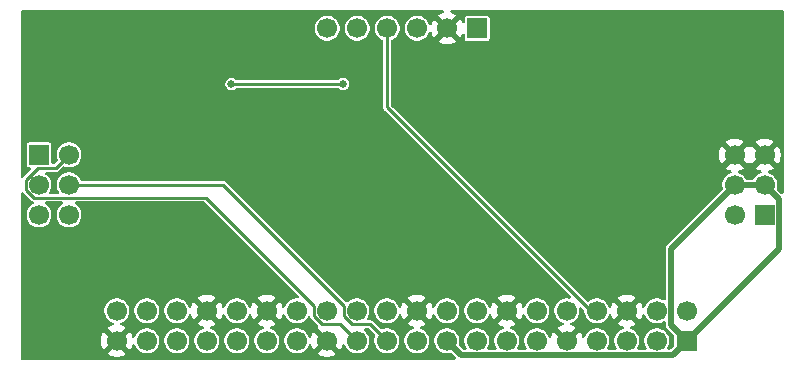
<source format=gbl>
G04 #@! TF.GenerationSoftware,KiCad,Pcbnew,9.0.2*
G04 #@! TF.CreationDate,2025-10-25T16:25:04-04:00*
G04 #@! TF.ProjectId,Display,44697370-6c61-4792-9e6b-696361645f70,rev?*
G04 #@! TF.SameCoordinates,Original*
G04 #@! TF.FileFunction,Copper,L2,Bot*
G04 #@! TF.FilePolarity,Positive*
%FSLAX46Y46*%
G04 Gerber Fmt 4.6, Leading zero omitted, Abs format (unit mm)*
G04 Created by KiCad (PCBNEW 9.0.2) date 2025-10-25 16:25:04*
%MOMM*%
%LPD*%
G01*
G04 APERTURE LIST*
G04 #@! TA.AperFunction,ComponentPad*
%ADD10R,1.700000X1.700000*%
G04 #@! TD*
G04 #@! TA.AperFunction,ComponentPad*
%ADD11C,1.700000*%
G04 #@! TD*
G04 #@! TA.AperFunction,ViaPad*
%ADD12C,0.635000*%
G04 #@! TD*
G04 #@! TA.AperFunction,Conductor*
%ADD13C,0.254000*%
G04 #@! TD*
G04 #@! TA.AperFunction,Conductor*
%ADD14C,0.508000*%
G04 #@! TD*
G04 APERTURE END LIST*
D10*
X137060000Y-71410000D03*
D11*
X139600000Y-71410000D03*
X137060000Y-73950000D03*
X139600000Y-73950000D03*
X137060000Y-76490000D03*
X139600000Y-76490000D03*
D10*
X174150000Y-60700000D03*
D11*
X171610000Y-60700000D03*
X169070000Y-60700000D03*
X166530000Y-60700000D03*
X163990000Y-60700000D03*
X161450000Y-60700000D03*
D10*
X191900000Y-87150000D03*
D11*
X191900000Y-84610000D03*
X189360000Y-87150000D03*
X189360000Y-84610000D03*
X186820000Y-87150000D03*
X186820000Y-84610000D03*
X184280000Y-87150000D03*
X184280000Y-84610000D03*
X181740000Y-87150000D03*
X181740000Y-84610000D03*
X179200000Y-87150000D03*
X179200000Y-84610000D03*
X176660000Y-87150000D03*
X176660000Y-84610000D03*
X174120000Y-87150000D03*
X174120000Y-84610000D03*
X171580000Y-87150000D03*
X171580000Y-84610000D03*
X169040000Y-87150000D03*
X169040000Y-84610000D03*
X166500000Y-87150000D03*
X166500000Y-84610000D03*
X163960000Y-87150000D03*
X163960000Y-84610000D03*
X161420000Y-87150000D03*
X161420000Y-84610000D03*
X158880000Y-87150000D03*
X158880000Y-84610000D03*
X156340000Y-87150000D03*
X156340000Y-84610000D03*
X153800000Y-87150000D03*
X153800000Y-84610000D03*
X151260000Y-87150000D03*
X151260000Y-84610000D03*
X148720000Y-87150000D03*
X148720000Y-84610000D03*
X146180000Y-87150000D03*
X146180000Y-84610000D03*
X143640000Y-87150000D03*
X143640000Y-84610000D03*
D10*
X198500000Y-76490000D03*
D11*
X195960000Y-76490000D03*
X198500000Y-73950000D03*
X195960000Y-73950000D03*
X198500000Y-71410000D03*
X195960000Y-71410000D03*
D12*
X153350000Y-65400000D03*
X162800000Y-65400000D03*
D13*
X139600000Y-71410000D02*
X138493000Y-72517000D01*
X135982000Y-74396523D02*
X136613477Y-75028000D01*
X136968477Y-72517000D02*
X135982000Y-73503477D01*
X160342000Y-84163477D02*
X160342000Y-85056523D01*
X135982000Y-73503477D02*
X135982000Y-74396523D01*
X162498000Y-85688000D02*
X163960000Y-87150000D01*
X136613477Y-75028000D02*
X151206523Y-75028000D01*
X138493000Y-72517000D02*
X136968477Y-72517000D01*
X151206523Y-75028000D02*
X160342000Y-84163477D01*
X160342000Y-85056523D02*
X160973477Y-85688000D01*
X160973477Y-85688000D02*
X162498000Y-85688000D01*
D14*
X199705000Y-79345000D02*
X199705000Y-75155000D01*
X191900000Y-87150000D02*
X199705000Y-79345000D01*
X198500000Y-73950000D02*
X195960000Y-73950000D01*
X199705000Y-75155000D02*
X198500000Y-73950000D01*
X172785000Y-88355000D02*
X171580000Y-87150000D01*
X190565000Y-85815000D02*
X191900000Y-87150000D01*
X190695000Y-88355000D02*
X172785000Y-88355000D01*
X190565000Y-79345000D02*
X190565000Y-85815000D01*
X195960000Y-73950000D02*
X190565000Y-79345000D01*
X191900000Y-87150000D02*
X190695000Y-88355000D01*
D13*
X139600000Y-73950000D02*
X152668523Y-73950000D01*
X165100000Y-85750000D02*
X166500000Y-87150000D01*
X162882000Y-85056523D02*
X163575477Y-85750000D01*
X162882000Y-84163477D02*
X162882000Y-85056523D01*
X163575477Y-85750000D02*
X165100000Y-85750000D01*
X152668523Y-73950000D02*
X162882000Y-84163477D01*
X162800000Y-65400000D02*
X153350000Y-65400000D01*
X166530000Y-60700000D02*
X166530000Y-67380000D01*
X166530000Y-67380000D02*
X183760000Y-84610000D01*
X183760000Y-84610000D02*
X184280000Y-84610000D01*
G04 #@! TA.AperFunction,Conductor*
G36*
X171294312Y-59170185D02*
G01*
X171340067Y-59222989D01*
X171350011Y-59292147D01*
X171320986Y-59355703D01*
X171265591Y-59392431D01*
X171091782Y-59448904D01*
X170902439Y-59545380D01*
X170848282Y-59584727D01*
X170848282Y-59584728D01*
X171480591Y-60217037D01*
X171417007Y-60234075D01*
X171302993Y-60299901D01*
X171209901Y-60392993D01*
X171144075Y-60507007D01*
X171127037Y-60570591D01*
X170494728Y-59938282D01*
X170494727Y-59938282D01*
X170455380Y-59992439D01*
X170358905Y-60181781D01*
X170301656Y-60357974D01*
X170262218Y-60415649D01*
X170197859Y-60442847D01*
X170129013Y-60430932D01*
X170077537Y-60383688D01*
X170069164Y-60367107D01*
X170000943Y-60202405D01*
X169885975Y-60030342D01*
X169739657Y-59884024D01*
X169571655Y-59771770D01*
X169567598Y-59769059D01*
X169376420Y-59689870D01*
X169376412Y-59689868D01*
X169173469Y-59649500D01*
X169173465Y-59649500D01*
X168966535Y-59649500D01*
X168966530Y-59649500D01*
X168763587Y-59689868D01*
X168763579Y-59689870D01*
X168572403Y-59769058D01*
X168400342Y-59884024D01*
X168254024Y-60030342D01*
X168139058Y-60202403D01*
X168059870Y-60393579D01*
X168059868Y-60393587D01*
X168019500Y-60596530D01*
X168019500Y-60803469D01*
X168059868Y-61006412D01*
X168059870Y-61006420D01*
X168125939Y-61165925D01*
X168139059Y-61197598D01*
X168184796Y-61266048D01*
X168254024Y-61369657D01*
X168400342Y-61515975D01*
X168400345Y-61515977D01*
X168572402Y-61630941D01*
X168763580Y-61710130D01*
X168908052Y-61738867D01*
X168966530Y-61750499D01*
X168966534Y-61750500D01*
X168966535Y-61750500D01*
X169173466Y-61750500D01*
X169173467Y-61750499D01*
X169376420Y-61710130D01*
X169567598Y-61630941D01*
X169739655Y-61515977D01*
X169885977Y-61369655D01*
X170000941Y-61197598D01*
X170069165Y-61032889D01*
X170113004Y-60978488D01*
X170179298Y-60956423D01*
X170246998Y-60973702D01*
X170294609Y-61024839D01*
X170301656Y-61042026D01*
X170358904Y-61218216D01*
X170455375Y-61407550D01*
X170494728Y-61461716D01*
X171127037Y-60829408D01*
X171144075Y-60892993D01*
X171209901Y-61007007D01*
X171302993Y-61100099D01*
X171417007Y-61165925D01*
X171480590Y-61182962D01*
X170848282Y-61815269D01*
X170848282Y-61815270D01*
X170902449Y-61854624D01*
X171091782Y-61951095D01*
X171293870Y-62016757D01*
X171503754Y-62050000D01*
X171716246Y-62050000D01*
X171926127Y-62016757D01*
X171926130Y-62016757D01*
X172128217Y-61951095D01*
X172317554Y-61854622D01*
X172371716Y-61815270D01*
X172371717Y-61815270D01*
X171739408Y-61182962D01*
X171802993Y-61165925D01*
X171917007Y-61100099D01*
X172010099Y-61007007D01*
X172075925Y-60892993D01*
X172092962Y-60829408D01*
X172725270Y-61461717D01*
X172725270Y-61461716D01*
X172764622Y-61407554D01*
X172863306Y-61213879D01*
X172864321Y-61214396D01*
X172904779Y-61164192D01*
X172971073Y-61142127D01*
X173038772Y-61159406D01*
X173086383Y-61210542D01*
X173099500Y-61266048D01*
X173099500Y-61569752D01*
X173111131Y-61628229D01*
X173111132Y-61628230D01*
X173155447Y-61694552D01*
X173221769Y-61738867D01*
X173221770Y-61738868D01*
X173280247Y-61750499D01*
X173280250Y-61750500D01*
X173280252Y-61750500D01*
X175019750Y-61750500D01*
X175019751Y-61750499D01*
X175034568Y-61747552D01*
X175078229Y-61738868D01*
X175078229Y-61738867D01*
X175078231Y-61738867D01*
X175144552Y-61694552D01*
X175188867Y-61628231D01*
X175188867Y-61628229D01*
X175188868Y-61628229D01*
X175200499Y-61569752D01*
X175200500Y-61569750D01*
X175200500Y-59830249D01*
X175200499Y-59830247D01*
X175188868Y-59771770D01*
X175188867Y-59771769D01*
X175144552Y-59705447D01*
X175078230Y-59661132D01*
X175078229Y-59661131D01*
X175019752Y-59649500D01*
X175019748Y-59649500D01*
X173280252Y-59649500D01*
X173280247Y-59649500D01*
X173221770Y-59661131D01*
X173221769Y-59661132D01*
X173155447Y-59705447D01*
X173111132Y-59771769D01*
X173111131Y-59771770D01*
X173099500Y-59830247D01*
X173099500Y-60133951D01*
X173079815Y-60200990D01*
X173027011Y-60246745D01*
X172957853Y-60256689D01*
X172894297Y-60227664D01*
X172864061Y-60185736D01*
X172863306Y-60186121D01*
X172764624Y-59992449D01*
X172725270Y-59938282D01*
X172725269Y-59938282D01*
X172092962Y-60570590D01*
X172075925Y-60507007D01*
X172010099Y-60392993D01*
X171917007Y-60299901D01*
X171802993Y-60234075D01*
X171739409Y-60217037D01*
X172371716Y-59584728D01*
X172317550Y-59545375D01*
X172128217Y-59448904D01*
X171954409Y-59392431D01*
X171896734Y-59352994D01*
X171869535Y-59288635D01*
X171881450Y-59219789D01*
X171928694Y-59168313D01*
X171992727Y-59150500D01*
X199975500Y-59150500D01*
X200042539Y-59170185D01*
X200088294Y-59222989D01*
X200099500Y-59274500D01*
X200099500Y-74607378D01*
X200079815Y-74674417D01*
X200027011Y-74720172D01*
X199957853Y-74730116D01*
X199894297Y-74701091D01*
X199887819Y-74695059D01*
X199546884Y-74354124D01*
X199513399Y-74292801D01*
X199512948Y-74242252D01*
X199550499Y-74053468D01*
X199550500Y-74053466D01*
X199550500Y-73846534D01*
X199550499Y-73846530D01*
X199518953Y-73687936D01*
X199510130Y-73643580D01*
X199430941Y-73452402D01*
X199315977Y-73280345D01*
X199315975Y-73280342D01*
X199169657Y-73134024D01*
X199076236Y-73071603D01*
X198997598Y-73019059D01*
X198997593Y-73019057D01*
X198935891Y-72993499D01*
X198832890Y-72950834D01*
X198778488Y-72906994D01*
X198756423Y-72840700D01*
X198773702Y-72773001D01*
X198824839Y-72725390D01*
X198842026Y-72718343D01*
X199018217Y-72661095D01*
X199207554Y-72564622D01*
X199261716Y-72525270D01*
X199261717Y-72525270D01*
X198629408Y-71892962D01*
X198692993Y-71875925D01*
X198807007Y-71810099D01*
X198900099Y-71717007D01*
X198965925Y-71602993D01*
X198982962Y-71539408D01*
X199615270Y-72171717D01*
X199615270Y-72171716D01*
X199654622Y-72117554D01*
X199751095Y-71928217D01*
X199816757Y-71726130D01*
X199816757Y-71726127D01*
X199850000Y-71516246D01*
X199850000Y-71303753D01*
X199816757Y-71093872D01*
X199816757Y-71093869D01*
X199751095Y-70891782D01*
X199654624Y-70702449D01*
X199615270Y-70648282D01*
X199615269Y-70648282D01*
X198982962Y-71280590D01*
X198965925Y-71217007D01*
X198900099Y-71102993D01*
X198807007Y-71009901D01*
X198692993Y-70944075D01*
X198629409Y-70927037D01*
X199261716Y-70294728D01*
X199207550Y-70255375D01*
X199018217Y-70158904D01*
X198816129Y-70093242D01*
X198606246Y-70060000D01*
X198393754Y-70060000D01*
X198183872Y-70093242D01*
X198183869Y-70093242D01*
X197981782Y-70158904D01*
X197792439Y-70255380D01*
X197738282Y-70294727D01*
X197738282Y-70294728D01*
X198370591Y-70927037D01*
X198307007Y-70944075D01*
X198192993Y-71009901D01*
X198099901Y-71102993D01*
X198034075Y-71217007D01*
X198017037Y-71280591D01*
X197384728Y-70648282D01*
X197384727Y-70648282D01*
X197345380Y-70702440D01*
X197340483Y-70712051D01*
X197292506Y-70762845D01*
X197224684Y-70779638D01*
X197158550Y-70757098D01*
X197119516Y-70712048D01*
X197114626Y-70702452D01*
X197075270Y-70648282D01*
X197075269Y-70648282D01*
X196442962Y-71280590D01*
X196425925Y-71217007D01*
X196360099Y-71102993D01*
X196267007Y-71009901D01*
X196152993Y-70944075D01*
X196089409Y-70927037D01*
X196721716Y-70294728D01*
X196667550Y-70255375D01*
X196478217Y-70158904D01*
X196276129Y-70093242D01*
X196066246Y-70060000D01*
X195853754Y-70060000D01*
X195643872Y-70093242D01*
X195643869Y-70093242D01*
X195441782Y-70158904D01*
X195252439Y-70255380D01*
X195198282Y-70294727D01*
X195198282Y-70294728D01*
X195830591Y-70927037D01*
X195767007Y-70944075D01*
X195652993Y-71009901D01*
X195559901Y-71102993D01*
X195494075Y-71217007D01*
X195477037Y-71280590D01*
X194844728Y-70648282D01*
X194844727Y-70648282D01*
X194805380Y-70702439D01*
X194708904Y-70891782D01*
X194643242Y-71093869D01*
X194643242Y-71093872D01*
X194610000Y-71303753D01*
X194610000Y-71516246D01*
X194643242Y-71726127D01*
X194643242Y-71726130D01*
X194708904Y-71928217D01*
X194805375Y-72117550D01*
X194844728Y-72171716D01*
X195477037Y-71539408D01*
X195494075Y-71602993D01*
X195559901Y-71717007D01*
X195652993Y-71810099D01*
X195767007Y-71875925D01*
X195830590Y-71892962D01*
X195198282Y-72525269D01*
X195198282Y-72525270D01*
X195252449Y-72564624D01*
X195441782Y-72661095D01*
X195617973Y-72718343D01*
X195675648Y-72757780D01*
X195702847Y-72822139D01*
X195690932Y-72890985D01*
X195643688Y-72942461D01*
X195627108Y-72950835D01*
X195462403Y-73019057D01*
X195290342Y-73134024D01*
X195144024Y-73280342D01*
X195029058Y-73452403D01*
X194949870Y-73643579D01*
X194949868Y-73643587D01*
X194909500Y-73846530D01*
X194909500Y-74053469D01*
X194947051Y-74242251D01*
X194940824Y-74311843D01*
X194913115Y-74354123D01*
X190285932Y-78981307D01*
X190201311Y-79065927D01*
X190201307Y-79065933D01*
X190141472Y-79169568D01*
X190141473Y-79169568D01*
X190141473Y-79169570D01*
X190110499Y-79285165D01*
X190110499Y-79414825D01*
X190110500Y-79414838D01*
X190110500Y-83616054D01*
X190090815Y-83683093D01*
X190038011Y-83728848D01*
X189968853Y-83738792D01*
X189917610Y-83719157D01*
X189863635Y-83683093D01*
X189857598Y-83679059D01*
X189666420Y-83599870D01*
X189666412Y-83599868D01*
X189463469Y-83559500D01*
X189463465Y-83559500D01*
X189256535Y-83559500D01*
X189256530Y-83559500D01*
X189053587Y-83599868D01*
X189053579Y-83599870D01*
X188862403Y-83679058D01*
X188690342Y-83794024D01*
X188544024Y-83940342D01*
X188429057Y-84112403D01*
X188360835Y-84277108D01*
X188316994Y-84331511D01*
X188250700Y-84353576D01*
X188183000Y-84336297D01*
X188135390Y-84285159D01*
X188128343Y-84267973D01*
X188071095Y-84091782D01*
X187974624Y-83902449D01*
X187935270Y-83848282D01*
X187935269Y-83848282D01*
X187302962Y-84480590D01*
X187285925Y-84417007D01*
X187220099Y-84302993D01*
X187127007Y-84209901D01*
X187012993Y-84144075D01*
X186949409Y-84127037D01*
X187581716Y-83494728D01*
X187527550Y-83455375D01*
X187338217Y-83358904D01*
X187136129Y-83293242D01*
X186926246Y-83260000D01*
X186713754Y-83260000D01*
X186503872Y-83293242D01*
X186503869Y-83293242D01*
X186301782Y-83358904D01*
X186112439Y-83455380D01*
X186058282Y-83494727D01*
X186058282Y-83494728D01*
X186690591Y-84127037D01*
X186627007Y-84144075D01*
X186512993Y-84209901D01*
X186419901Y-84302993D01*
X186354075Y-84417007D01*
X186337037Y-84480590D01*
X185704728Y-83848282D01*
X185704727Y-83848282D01*
X185665380Y-83902439D01*
X185568905Y-84091781D01*
X185511656Y-84267974D01*
X185472218Y-84325649D01*
X185407859Y-84352847D01*
X185339013Y-84340932D01*
X185287537Y-84293688D01*
X185279164Y-84277107D01*
X185277293Y-84272591D01*
X185251327Y-84209901D01*
X185210943Y-84112405D01*
X185095975Y-83940342D01*
X184949657Y-83794024D01*
X184837609Y-83719157D01*
X184777598Y-83679059D01*
X184586420Y-83599870D01*
X184586412Y-83599868D01*
X184383469Y-83559500D01*
X184383465Y-83559500D01*
X184176535Y-83559500D01*
X184176530Y-83559500D01*
X183973587Y-83599868D01*
X183973579Y-83599870D01*
X183782402Y-83679058D01*
X183610346Y-83794022D01*
X183596440Y-83807928D01*
X183535116Y-83841411D01*
X183465424Y-83836425D01*
X183421080Y-83807925D01*
X166893819Y-67280664D01*
X166860334Y-67219341D01*
X166857500Y-67192983D01*
X166857500Y-61784252D01*
X166877185Y-61717213D01*
X166929989Y-61671458D01*
X166934048Y-61669691D01*
X167027594Y-61630943D01*
X167027595Y-61630942D01*
X167027598Y-61630941D01*
X167199655Y-61515977D01*
X167345977Y-61369655D01*
X167460941Y-61197598D01*
X167540130Y-61006420D01*
X167580500Y-60803465D01*
X167580500Y-60596535D01*
X167540130Y-60393580D01*
X167460941Y-60202402D01*
X167345977Y-60030345D01*
X167345975Y-60030342D01*
X167199657Y-59884024D01*
X167031655Y-59771770D01*
X167027598Y-59769059D01*
X166836420Y-59689870D01*
X166836412Y-59689868D01*
X166633469Y-59649500D01*
X166633465Y-59649500D01*
X166426535Y-59649500D01*
X166426530Y-59649500D01*
X166223587Y-59689868D01*
X166223579Y-59689870D01*
X166032403Y-59769058D01*
X165860342Y-59884024D01*
X165714024Y-60030342D01*
X165599058Y-60202403D01*
X165519870Y-60393579D01*
X165519868Y-60393587D01*
X165479500Y-60596530D01*
X165479500Y-60803469D01*
X165519868Y-61006412D01*
X165519870Y-61006420D01*
X165585939Y-61165925D01*
X165599059Y-61197598D01*
X165644796Y-61266048D01*
X165714024Y-61369657D01*
X165860342Y-61515975D01*
X166032405Y-61630943D01*
X166125952Y-61669691D01*
X166180356Y-61713532D01*
X166202421Y-61779826D01*
X166202500Y-61784252D01*
X166202500Y-67336884D01*
X166202500Y-67423116D01*
X166224819Y-67506410D01*
X166267934Y-67581088D01*
X166267936Y-67581091D01*
X182057335Y-83370490D01*
X182090820Y-83431813D01*
X182085836Y-83501505D01*
X182043964Y-83557438D01*
X181978500Y-83581855D01*
X181945463Y-83579788D01*
X181843469Y-83559500D01*
X181843465Y-83559500D01*
X181636535Y-83559500D01*
X181636530Y-83559500D01*
X181433587Y-83599868D01*
X181433579Y-83599870D01*
X181242403Y-83679058D01*
X181070342Y-83794024D01*
X180924024Y-83940342D01*
X180809058Y-84112403D01*
X180729870Y-84303579D01*
X180729868Y-84303587D01*
X180689500Y-84506530D01*
X180689500Y-84713469D01*
X180729868Y-84916412D01*
X180729870Y-84916420D01*
X180802624Y-85092064D01*
X180809059Y-85107598D01*
X180822836Y-85128217D01*
X180924024Y-85279657D01*
X181070342Y-85425975D01*
X181242405Y-85540943D01*
X181345043Y-85583456D01*
X181407108Y-85609164D01*
X181461511Y-85653005D01*
X181483576Y-85719299D01*
X181466297Y-85786998D01*
X181415160Y-85834609D01*
X181397974Y-85841656D01*
X181221781Y-85898905D01*
X181032439Y-85995380D01*
X180978282Y-86034727D01*
X180978282Y-86034728D01*
X181610591Y-86667037D01*
X181547007Y-86684075D01*
X181432993Y-86749901D01*
X181339901Y-86842993D01*
X181274075Y-86957007D01*
X181257037Y-87020591D01*
X180624728Y-86388282D01*
X180624727Y-86388282D01*
X180585380Y-86442439D01*
X180488905Y-86631781D01*
X180431656Y-86807974D01*
X180392218Y-86865649D01*
X180327859Y-86892847D01*
X180259013Y-86880932D01*
X180207537Y-86833688D01*
X180199164Y-86817107D01*
X180189436Y-86793622D01*
X180153118Y-86705941D01*
X180130943Y-86652405D01*
X180015975Y-86480342D01*
X179869657Y-86334024D01*
X179745388Y-86250991D01*
X179697598Y-86219059D01*
X179697593Y-86219057D01*
X179506420Y-86139870D01*
X179506412Y-86139868D01*
X179303469Y-86099500D01*
X179303465Y-86099500D01*
X179096535Y-86099500D01*
X179096530Y-86099500D01*
X178893587Y-86139868D01*
X178893579Y-86139870D01*
X178702403Y-86219058D01*
X178530342Y-86334024D01*
X178384024Y-86480342D01*
X178269058Y-86652403D01*
X178189870Y-86843579D01*
X178189868Y-86843587D01*
X178149500Y-87046530D01*
X178149500Y-87253469D01*
X178189868Y-87456412D01*
X178189870Y-87456420D01*
X178269058Y-87647597D01*
X178309157Y-87707609D01*
X178330035Y-87774287D01*
X178311550Y-87841667D01*
X178259571Y-87888357D01*
X178206055Y-87900500D01*
X177653945Y-87900500D01*
X177586906Y-87880815D01*
X177541151Y-87828011D01*
X177531207Y-87758853D01*
X177550843Y-87707609D01*
X177590941Y-87647598D01*
X177670130Y-87456420D01*
X177710500Y-87253465D01*
X177710500Y-87046535D01*
X177670130Y-86843580D01*
X177590941Y-86652402D01*
X177475977Y-86480345D01*
X177475975Y-86480342D01*
X177329657Y-86334024D01*
X177205388Y-86250991D01*
X177157598Y-86219059D01*
X177157593Y-86219057D01*
X177060144Y-86178692D01*
X176992890Y-86150834D01*
X176938488Y-86106994D01*
X176916423Y-86040700D01*
X176933702Y-85973001D01*
X176984839Y-85925390D01*
X177002026Y-85918343D01*
X177178217Y-85861095D01*
X177367554Y-85764622D01*
X177421716Y-85725270D01*
X177421717Y-85725270D01*
X176789408Y-85092962D01*
X176852993Y-85075925D01*
X176967007Y-85010099D01*
X177060099Y-84917007D01*
X177125925Y-84802993D01*
X177142962Y-84739408D01*
X177775270Y-85371717D01*
X177775270Y-85371716D01*
X177814622Y-85317554D01*
X177911095Y-85128217D01*
X177968343Y-84952026D01*
X178007780Y-84894351D01*
X178072139Y-84867152D01*
X178140985Y-84879066D01*
X178192461Y-84926310D01*
X178200835Y-84942891D01*
X178262624Y-85092064D01*
X178269059Y-85107598D01*
X178282836Y-85128217D01*
X178384024Y-85279657D01*
X178530342Y-85425975D01*
X178530345Y-85425977D01*
X178702402Y-85540941D01*
X178893580Y-85620130D01*
X179058855Y-85653005D01*
X179096530Y-85660499D01*
X179096534Y-85660500D01*
X179096535Y-85660500D01*
X179303466Y-85660500D01*
X179303467Y-85660499D01*
X179506420Y-85620130D01*
X179697598Y-85540941D01*
X179869655Y-85425977D01*
X180015977Y-85279655D01*
X180130941Y-85107598D01*
X180210130Y-84916420D01*
X180250500Y-84713465D01*
X180250500Y-84506535D01*
X180210130Y-84303580D01*
X180130941Y-84112402D01*
X180015977Y-83940345D01*
X180015975Y-83940342D01*
X179869657Y-83794024D01*
X179757609Y-83719157D01*
X179697598Y-83679059D01*
X179506420Y-83599870D01*
X179506412Y-83599868D01*
X179303469Y-83559500D01*
X179303465Y-83559500D01*
X179096535Y-83559500D01*
X179096530Y-83559500D01*
X178893587Y-83599868D01*
X178893579Y-83599870D01*
X178702403Y-83679058D01*
X178530342Y-83794024D01*
X178384024Y-83940342D01*
X178269057Y-84112403D01*
X178200835Y-84277108D01*
X178156994Y-84331511D01*
X178090700Y-84353576D01*
X178023000Y-84336297D01*
X177975390Y-84285159D01*
X177968343Y-84267973D01*
X177911095Y-84091782D01*
X177814624Y-83902449D01*
X177775270Y-83848282D01*
X177775269Y-83848282D01*
X177142962Y-84480590D01*
X177125925Y-84417007D01*
X177060099Y-84302993D01*
X176967007Y-84209901D01*
X176852993Y-84144075D01*
X176789409Y-84127037D01*
X177421716Y-83494728D01*
X177367550Y-83455375D01*
X177178217Y-83358904D01*
X176976129Y-83293242D01*
X176766246Y-83260000D01*
X176553754Y-83260000D01*
X176343872Y-83293242D01*
X176343869Y-83293242D01*
X176141782Y-83358904D01*
X175952439Y-83455380D01*
X175898282Y-83494727D01*
X175898282Y-83494728D01*
X176530591Y-84127037D01*
X176467007Y-84144075D01*
X176352993Y-84209901D01*
X176259901Y-84302993D01*
X176194075Y-84417007D01*
X176177037Y-84480591D01*
X175544728Y-83848282D01*
X175544727Y-83848282D01*
X175505380Y-83902439D01*
X175408905Y-84091781D01*
X175351656Y-84267974D01*
X175312218Y-84325649D01*
X175247859Y-84352847D01*
X175179013Y-84340932D01*
X175127537Y-84293688D01*
X175119164Y-84277107D01*
X175117293Y-84272591D01*
X175091327Y-84209901D01*
X175050943Y-84112405D01*
X174935975Y-83940342D01*
X174789657Y-83794024D01*
X174677609Y-83719157D01*
X174617598Y-83679059D01*
X174426420Y-83599870D01*
X174426412Y-83599868D01*
X174223469Y-83559500D01*
X174223465Y-83559500D01*
X174016535Y-83559500D01*
X174016530Y-83559500D01*
X173813587Y-83599868D01*
X173813579Y-83599870D01*
X173622403Y-83679058D01*
X173450342Y-83794024D01*
X173304024Y-83940342D01*
X173189058Y-84112403D01*
X173109870Y-84303579D01*
X173109868Y-84303587D01*
X173069500Y-84506530D01*
X173069500Y-84713469D01*
X173109868Y-84916412D01*
X173109870Y-84916420D01*
X173182624Y-85092064D01*
X173189059Y-85107598D01*
X173202836Y-85128217D01*
X173304024Y-85279657D01*
X173450342Y-85425975D01*
X173450345Y-85425977D01*
X173622402Y-85540941D01*
X173813580Y-85620130D01*
X173978855Y-85653005D01*
X174016530Y-85660499D01*
X174016534Y-85660500D01*
X174016535Y-85660500D01*
X174223466Y-85660500D01*
X174223467Y-85660499D01*
X174426420Y-85620130D01*
X174617598Y-85540941D01*
X174789655Y-85425977D01*
X174935977Y-85279655D01*
X175050941Y-85107598D01*
X175119165Y-84942889D01*
X175163004Y-84888488D01*
X175229298Y-84866423D01*
X175296998Y-84883702D01*
X175344609Y-84934839D01*
X175351656Y-84952026D01*
X175408904Y-85128216D01*
X175505375Y-85317550D01*
X175544728Y-85371716D01*
X176177037Y-84739408D01*
X176194075Y-84802993D01*
X176259901Y-84917007D01*
X176352993Y-85010099D01*
X176467007Y-85075925D01*
X176530590Y-85092962D01*
X175898282Y-85725269D01*
X175898282Y-85725270D01*
X175952449Y-85764624D01*
X176141782Y-85861095D01*
X176317973Y-85918343D01*
X176375648Y-85957780D01*
X176402847Y-86022139D01*
X176390932Y-86090985D01*
X176343688Y-86142461D01*
X176327108Y-86150835D01*
X176162403Y-86219057D01*
X175990342Y-86334024D01*
X175844024Y-86480342D01*
X175729058Y-86652403D01*
X175649870Y-86843579D01*
X175649868Y-86843587D01*
X175609500Y-87046530D01*
X175609500Y-87253469D01*
X175649868Y-87456412D01*
X175649870Y-87456420D01*
X175729058Y-87647597D01*
X175769157Y-87707609D01*
X175790035Y-87774287D01*
X175771550Y-87841667D01*
X175719571Y-87888357D01*
X175666055Y-87900500D01*
X175113945Y-87900500D01*
X175046906Y-87880815D01*
X175001151Y-87828011D01*
X174991207Y-87758853D01*
X175010843Y-87707609D01*
X175050941Y-87647598D01*
X175130130Y-87456420D01*
X175170500Y-87253465D01*
X175170500Y-87046535D01*
X175130130Y-86843580D01*
X175050941Y-86652402D01*
X174935977Y-86480345D01*
X174935975Y-86480342D01*
X174789657Y-86334024D01*
X174665388Y-86250991D01*
X174617598Y-86219059D01*
X174617593Y-86219057D01*
X174426420Y-86139870D01*
X174426412Y-86139868D01*
X174223469Y-86099500D01*
X174223465Y-86099500D01*
X174016535Y-86099500D01*
X174016530Y-86099500D01*
X173813587Y-86139868D01*
X173813579Y-86139870D01*
X173622403Y-86219058D01*
X173450342Y-86334024D01*
X173304024Y-86480342D01*
X173189058Y-86652403D01*
X173109870Y-86843579D01*
X173109868Y-86843587D01*
X173069500Y-87046530D01*
X173069500Y-87253469D01*
X173109868Y-87456412D01*
X173109870Y-87456420D01*
X173189058Y-87647597D01*
X173229157Y-87707609D01*
X173232194Y-87717309D01*
X173238849Y-87724989D01*
X173242457Y-87750088D01*
X173250035Y-87774287D01*
X173247346Y-87784086D01*
X173248793Y-87794147D01*
X173238258Y-87817215D01*
X173231550Y-87841667D01*
X173223990Y-87848457D01*
X173219768Y-87857703D01*
X173198433Y-87871413D01*
X173179571Y-87888357D01*
X173167974Y-87890988D01*
X173160990Y-87895477D01*
X173126055Y-87900500D01*
X173024622Y-87900500D01*
X172957583Y-87880815D01*
X172936941Y-87864181D01*
X172626884Y-87554124D01*
X172593399Y-87492801D01*
X172592948Y-87442252D01*
X172612692Y-87342993D01*
X172630500Y-87253465D01*
X172630500Y-87046535D01*
X172590130Y-86843580D01*
X172510941Y-86652402D01*
X172395977Y-86480345D01*
X172395975Y-86480342D01*
X172249657Y-86334024D01*
X172125388Y-86250991D01*
X172077598Y-86219059D01*
X172077593Y-86219057D01*
X171886420Y-86139870D01*
X171886412Y-86139868D01*
X171683469Y-86099500D01*
X171683465Y-86099500D01*
X171476535Y-86099500D01*
X171476530Y-86099500D01*
X171273587Y-86139868D01*
X171273579Y-86139870D01*
X171082403Y-86219058D01*
X170910342Y-86334024D01*
X170764024Y-86480342D01*
X170649058Y-86652403D01*
X170569870Y-86843579D01*
X170569868Y-86843587D01*
X170529500Y-87046530D01*
X170529500Y-87253469D01*
X170569868Y-87456412D01*
X170569870Y-87456420D01*
X170635939Y-87615925D01*
X170649059Y-87647598D01*
X170662836Y-87668217D01*
X170764024Y-87819657D01*
X170910342Y-87965975D01*
X170910345Y-87965977D01*
X171082402Y-88080941D01*
X171273580Y-88160130D01*
X171418052Y-88188867D01*
X171476530Y-88200499D01*
X171476534Y-88200500D01*
X171476535Y-88200500D01*
X171683466Y-88200500D01*
X171683466Y-88200499D01*
X171872252Y-88162948D01*
X171941843Y-88169175D01*
X171984124Y-88196884D01*
X172325059Y-88537819D01*
X172358544Y-88599142D01*
X172353560Y-88668834D01*
X172311688Y-88724767D01*
X172246224Y-88749184D01*
X172237378Y-88749500D01*
X135624500Y-88749500D01*
X135557461Y-88729815D01*
X135511706Y-88677011D01*
X135500500Y-88625500D01*
X135500500Y-87043753D01*
X142290000Y-87043753D01*
X142290000Y-87256246D01*
X142323242Y-87466127D01*
X142323242Y-87466130D01*
X142388904Y-87668217D01*
X142485375Y-87857550D01*
X142524728Y-87911716D01*
X143157037Y-87279408D01*
X143174075Y-87342993D01*
X143239901Y-87457007D01*
X143332993Y-87550099D01*
X143447007Y-87615925D01*
X143510590Y-87632962D01*
X142878282Y-88265269D01*
X142878282Y-88265270D01*
X142932449Y-88304624D01*
X143121782Y-88401095D01*
X143323870Y-88466757D01*
X143533754Y-88500000D01*
X143746246Y-88500000D01*
X143956127Y-88466757D01*
X143956130Y-88466757D01*
X144158217Y-88401095D01*
X144347554Y-88304622D01*
X144401716Y-88265270D01*
X144401717Y-88265270D01*
X143769408Y-87632962D01*
X143832993Y-87615925D01*
X143947007Y-87550099D01*
X144040099Y-87457007D01*
X144105925Y-87342993D01*
X144122962Y-87279408D01*
X144755270Y-87911717D01*
X144755270Y-87911716D01*
X144794622Y-87857554D01*
X144891095Y-87668217D01*
X144948343Y-87492026D01*
X144987780Y-87434351D01*
X145052139Y-87407152D01*
X145120985Y-87419066D01*
X145172461Y-87466310D01*
X145180833Y-87482887D01*
X145208673Y-87550099D01*
X145235939Y-87615925D01*
X145249059Y-87647598D01*
X145262836Y-87668217D01*
X145364024Y-87819657D01*
X145510342Y-87965975D01*
X145510345Y-87965977D01*
X145682402Y-88080941D01*
X145873580Y-88160130D01*
X146018052Y-88188867D01*
X146076530Y-88200499D01*
X146076534Y-88200500D01*
X146076535Y-88200500D01*
X146283466Y-88200500D01*
X146283467Y-88200499D01*
X146486420Y-88160130D01*
X146677598Y-88080941D01*
X146849655Y-87965977D01*
X146995977Y-87819655D01*
X147110941Y-87647598D01*
X147190130Y-87456420D01*
X147230500Y-87253465D01*
X147230500Y-87046535D01*
X147230499Y-87046530D01*
X147669500Y-87046530D01*
X147669500Y-87253469D01*
X147709868Y-87456412D01*
X147709870Y-87456420D01*
X147775939Y-87615925D01*
X147789059Y-87647598D01*
X147802836Y-87668217D01*
X147904024Y-87819657D01*
X148050342Y-87965975D01*
X148050345Y-87965977D01*
X148222402Y-88080941D01*
X148413580Y-88160130D01*
X148558052Y-88188867D01*
X148616530Y-88200499D01*
X148616534Y-88200500D01*
X148616535Y-88200500D01*
X148823466Y-88200500D01*
X148823467Y-88200499D01*
X149026420Y-88160130D01*
X149217598Y-88080941D01*
X149389655Y-87965977D01*
X149535977Y-87819655D01*
X149650941Y-87647598D01*
X149730130Y-87456420D01*
X149770500Y-87253465D01*
X149770500Y-87046535D01*
X149730130Y-86843580D01*
X149650941Y-86652402D01*
X149535977Y-86480345D01*
X149535975Y-86480342D01*
X149389657Y-86334024D01*
X149265388Y-86250991D01*
X149217598Y-86219059D01*
X149217593Y-86219057D01*
X149026420Y-86139870D01*
X149026412Y-86139868D01*
X148823469Y-86099500D01*
X148823465Y-86099500D01*
X148616535Y-86099500D01*
X148616530Y-86099500D01*
X148413587Y-86139868D01*
X148413579Y-86139870D01*
X148222403Y-86219058D01*
X148050342Y-86334024D01*
X147904024Y-86480342D01*
X147789058Y-86652403D01*
X147709870Y-86843579D01*
X147709868Y-86843587D01*
X147669500Y-87046530D01*
X147230499Y-87046530D01*
X147190130Y-86843580D01*
X147110941Y-86652402D01*
X146995977Y-86480345D01*
X146995975Y-86480342D01*
X146849657Y-86334024D01*
X146725388Y-86250991D01*
X146677598Y-86219059D01*
X146677593Y-86219057D01*
X146486420Y-86139870D01*
X146486412Y-86139868D01*
X146283469Y-86099500D01*
X146283465Y-86099500D01*
X146076535Y-86099500D01*
X146076530Y-86099500D01*
X145873587Y-86139868D01*
X145873579Y-86139870D01*
X145682403Y-86219058D01*
X145510342Y-86334024D01*
X145364024Y-86480342D01*
X145249057Y-86652403D01*
X145180835Y-86817108D01*
X145136994Y-86871511D01*
X145070700Y-86893576D01*
X145003000Y-86876297D01*
X144955390Y-86825159D01*
X144948343Y-86807973D01*
X144891095Y-86631782D01*
X144794624Y-86442449D01*
X144755270Y-86388282D01*
X144755269Y-86388282D01*
X144122962Y-87020590D01*
X144105925Y-86957007D01*
X144040099Y-86842993D01*
X143947007Y-86749901D01*
X143832993Y-86684075D01*
X143769409Y-86667037D01*
X144401716Y-86034728D01*
X144347550Y-85995375D01*
X144158216Y-85898904D01*
X143982026Y-85841656D01*
X143924350Y-85802218D01*
X143897152Y-85737860D01*
X143909067Y-85669013D01*
X143956311Y-85617538D01*
X143972882Y-85609168D01*
X144137598Y-85540941D01*
X144309655Y-85425977D01*
X144455977Y-85279655D01*
X144570941Y-85107598D01*
X144650130Y-84916420D01*
X144690500Y-84713465D01*
X144690500Y-84506535D01*
X144690499Y-84506530D01*
X145129500Y-84506530D01*
X145129500Y-84713469D01*
X145169868Y-84916412D01*
X145169870Y-84916420D01*
X145242624Y-85092064D01*
X145249059Y-85107598D01*
X145262836Y-85128217D01*
X145364024Y-85279657D01*
X145510342Y-85425975D01*
X145510345Y-85425977D01*
X145682402Y-85540941D01*
X145873580Y-85620130D01*
X146038855Y-85653005D01*
X146076530Y-85660499D01*
X146076534Y-85660500D01*
X146076535Y-85660500D01*
X146283466Y-85660500D01*
X146283467Y-85660499D01*
X146486420Y-85620130D01*
X146677598Y-85540941D01*
X146849655Y-85425977D01*
X146995977Y-85279655D01*
X147110941Y-85107598D01*
X147190130Y-84916420D01*
X147230500Y-84713465D01*
X147230500Y-84506535D01*
X147190130Y-84303580D01*
X147110941Y-84112402D01*
X146995977Y-83940345D01*
X146995975Y-83940342D01*
X146849657Y-83794024D01*
X146737609Y-83719157D01*
X146677598Y-83679059D01*
X146486420Y-83599870D01*
X146486412Y-83599868D01*
X146283469Y-83559500D01*
X146283465Y-83559500D01*
X146076535Y-83559500D01*
X146076530Y-83559500D01*
X145873587Y-83599868D01*
X145873579Y-83599870D01*
X145682403Y-83679058D01*
X145510342Y-83794024D01*
X145364024Y-83940342D01*
X145249058Y-84112403D01*
X145169870Y-84303579D01*
X145169868Y-84303587D01*
X145129500Y-84506530D01*
X144690499Y-84506530D01*
X144650130Y-84303580D01*
X144570941Y-84112402D01*
X144455977Y-83940345D01*
X144455975Y-83940342D01*
X144309657Y-83794024D01*
X144197609Y-83719157D01*
X144137598Y-83679059D01*
X143946420Y-83599870D01*
X143946412Y-83599868D01*
X143743469Y-83559500D01*
X143743465Y-83559500D01*
X143536535Y-83559500D01*
X143536530Y-83559500D01*
X143333587Y-83599868D01*
X143333579Y-83599870D01*
X143142403Y-83679058D01*
X142970342Y-83794024D01*
X142824024Y-83940342D01*
X142709058Y-84112403D01*
X142629870Y-84303579D01*
X142629868Y-84303587D01*
X142589500Y-84506530D01*
X142589500Y-84713469D01*
X142629868Y-84916412D01*
X142629870Y-84916420D01*
X142702624Y-85092064D01*
X142709059Y-85107598D01*
X142722836Y-85128217D01*
X142824024Y-85279657D01*
X142970342Y-85425975D01*
X143142405Y-85540943D01*
X143245043Y-85583456D01*
X143307108Y-85609164D01*
X143361511Y-85653005D01*
X143383576Y-85719299D01*
X143366297Y-85786998D01*
X143315160Y-85834609D01*
X143297974Y-85841656D01*
X143121781Y-85898905D01*
X142932439Y-85995380D01*
X142878282Y-86034727D01*
X142878282Y-86034728D01*
X143510591Y-86667037D01*
X143447007Y-86684075D01*
X143332993Y-86749901D01*
X143239901Y-86842993D01*
X143174075Y-86957007D01*
X143157037Y-87020591D01*
X142524728Y-86388282D01*
X142524727Y-86388282D01*
X142485380Y-86442439D01*
X142388904Y-86631782D01*
X142323242Y-86833869D01*
X142323242Y-86833872D01*
X142290000Y-87043753D01*
X135500500Y-87043753D01*
X135500500Y-74676931D01*
X135520185Y-74609892D01*
X135572989Y-74564137D01*
X135642147Y-74554193D01*
X135705703Y-74583218D01*
X135714014Y-74592039D01*
X135714188Y-74591866D01*
X135719935Y-74597613D01*
X136351412Y-75229090D01*
X136412387Y-75290065D01*
X136487067Y-75333181D01*
X136517782Y-75341411D01*
X136577440Y-75377775D01*
X136607969Y-75440622D01*
X136599674Y-75509998D01*
X136555189Y-75563876D01*
X136554576Y-75564287D01*
X136390349Y-75674019D01*
X136390341Y-75674025D01*
X136244024Y-75820342D01*
X136129058Y-75992403D01*
X136049870Y-76183579D01*
X136049868Y-76183587D01*
X136009500Y-76386530D01*
X136009500Y-76593469D01*
X136049868Y-76796412D01*
X136049870Y-76796420D01*
X136129058Y-76987596D01*
X136244024Y-77159657D01*
X136390342Y-77305975D01*
X136390345Y-77305977D01*
X136562402Y-77420941D01*
X136753580Y-77500130D01*
X136898052Y-77528867D01*
X136956530Y-77540499D01*
X136956534Y-77540500D01*
X136956535Y-77540500D01*
X137163466Y-77540500D01*
X137163467Y-77540499D01*
X137366420Y-77500130D01*
X137557598Y-77420941D01*
X137729655Y-77305977D01*
X137875977Y-77159655D01*
X137990941Y-76987598D01*
X138070130Y-76796420D01*
X138110500Y-76593465D01*
X138110500Y-76386535D01*
X138070130Y-76183580D01*
X137990941Y-75992402D01*
X137875977Y-75820345D01*
X137875975Y-75820342D01*
X137729657Y-75674024D01*
X137592834Y-75582603D01*
X137548028Y-75528990D01*
X137539321Y-75459666D01*
X137569475Y-75396638D01*
X137628918Y-75359918D01*
X137661724Y-75355500D01*
X138998276Y-75355500D01*
X139065315Y-75375185D01*
X139111070Y-75427989D01*
X139121014Y-75497147D01*
X139091989Y-75560703D01*
X139067166Y-75582603D01*
X138930342Y-75674024D01*
X138784024Y-75820342D01*
X138669058Y-75992403D01*
X138589870Y-76183579D01*
X138589868Y-76183587D01*
X138549500Y-76386530D01*
X138549500Y-76593469D01*
X138589868Y-76796412D01*
X138589870Y-76796420D01*
X138669058Y-76987596D01*
X138784024Y-77159657D01*
X138930342Y-77305975D01*
X138930345Y-77305977D01*
X139102402Y-77420941D01*
X139293580Y-77500130D01*
X139438052Y-77528867D01*
X139496530Y-77540499D01*
X139496534Y-77540500D01*
X139496535Y-77540500D01*
X139703466Y-77540500D01*
X139703467Y-77540499D01*
X139906420Y-77500130D01*
X140097598Y-77420941D01*
X140269655Y-77305977D01*
X140415977Y-77159655D01*
X140530941Y-76987598D01*
X140610130Y-76796420D01*
X140650500Y-76593465D01*
X140650500Y-76386535D01*
X140610130Y-76183580D01*
X140530941Y-75992402D01*
X140415977Y-75820345D01*
X140415975Y-75820342D01*
X140269657Y-75674024D01*
X140132834Y-75582603D01*
X140088028Y-75528990D01*
X140079321Y-75459666D01*
X140109475Y-75396638D01*
X140168918Y-75359918D01*
X140201724Y-75355500D01*
X151019506Y-75355500D01*
X151086545Y-75375185D01*
X151107187Y-75391819D01*
X159063187Y-83347819D01*
X159096672Y-83409142D01*
X159091688Y-83478834D01*
X159049816Y-83534767D01*
X158984352Y-83559184D01*
X158975506Y-83559500D01*
X158776530Y-83559500D01*
X158573587Y-83599868D01*
X158573579Y-83599870D01*
X158382403Y-83679058D01*
X158210342Y-83794024D01*
X158064024Y-83940342D01*
X157949057Y-84112403D01*
X157880835Y-84277108D01*
X157836994Y-84331511D01*
X157770700Y-84353576D01*
X157703000Y-84336297D01*
X157655390Y-84285159D01*
X157648343Y-84267973D01*
X157591095Y-84091782D01*
X157494624Y-83902449D01*
X157455270Y-83848282D01*
X157455269Y-83848282D01*
X156822962Y-84480590D01*
X156805925Y-84417007D01*
X156740099Y-84302993D01*
X156647007Y-84209901D01*
X156532993Y-84144075D01*
X156469409Y-84127037D01*
X157101716Y-83494728D01*
X157047550Y-83455375D01*
X156858217Y-83358904D01*
X156656129Y-83293242D01*
X156446246Y-83260000D01*
X156233754Y-83260000D01*
X156023872Y-83293242D01*
X156023869Y-83293242D01*
X155821782Y-83358904D01*
X155632439Y-83455380D01*
X155578282Y-83494727D01*
X155578282Y-83494728D01*
X156210591Y-84127037D01*
X156147007Y-84144075D01*
X156032993Y-84209901D01*
X155939901Y-84302993D01*
X155874075Y-84417007D01*
X155857037Y-84480591D01*
X155224728Y-83848282D01*
X155224727Y-83848282D01*
X155185380Y-83902439D01*
X155088905Y-84091781D01*
X155031656Y-84267974D01*
X154992218Y-84325649D01*
X154927859Y-84352847D01*
X154859013Y-84340932D01*
X154807537Y-84293688D01*
X154799164Y-84277107D01*
X154797293Y-84272591D01*
X154771327Y-84209901D01*
X154730943Y-84112405D01*
X154615975Y-83940342D01*
X154469657Y-83794024D01*
X154357609Y-83719157D01*
X154297598Y-83679059D01*
X154106420Y-83599870D01*
X154106412Y-83599868D01*
X153903469Y-83559500D01*
X153903465Y-83559500D01*
X153696535Y-83559500D01*
X153696530Y-83559500D01*
X153493587Y-83599868D01*
X153493579Y-83599870D01*
X153302403Y-83679058D01*
X153130342Y-83794024D01*
X152984024Y-83940342D01*
X152869057Y-84112403D01*
X152800835Y-84277108D01*
X152756994Y-84331511D01*
X152690700Y-84353576D01*
X152623000Y-84336297D01*
X152575390Y-84285159D01*
X152568343Y-84267973D01*
X152511095Y-84091782D01*
X152414624Y-83902449D01*
X152375270Y-83848282D01*
X152375269Y-83848282D01*
X151742962Y-84480590D01*
X151725925Y-84417007D01*
X151660099Y-84302993D01*
X151567007Y-84209901D01*
X151452993Y-84144075D01*
X151389409Y-84127037D01*
X152021716Y-83494728D01*
X151967550Y-83455375D01*
X151778217Y-83358904D01*
X151576129Y-83293242D01*
X151366246Y-83260000D01*
X151153754Y-83260000D01*
X150943872Y-83293242D01*
X150943869Y-83293242D01*
X150741782Y-83358904D01*
X150552439Y-83455380D01*
X150498282Y-83494727D01*
X150498282Y-83494728D01*
X151130591Y-84127037D01*
X151067007Y-84144075D01*
X150952993Y-84209901D01*
X150859901Y-84302993D01*
X150794075Y-84417007D01*
X150777037Y-84480591D01*
X150144728Y-83848282D01*
X150144727Y-83848282D01*
X150105380Y-83902439D01*
X150008905Y-84091781D01*
X149951656Y-84267974D01*
X149912218Y-84325649D01*
X149847859Y-84352847D01*
X149779013Y-84340932D01*
X149727537Y-84293688D01*
X149719164Y-84277107D01*
X149717293Y-84272591D01*
X149691327Y-84209901D01*
X149650943Y-84112405D01*
X149535975Y-83940342D01*
X149389657Y-83794024D01*
X149277609Y-83719157D01*
X149217598Y-83679059D01*
X149026420Y-83599870D01*
X149026412Y-83599868D01*
X148823469Y-83559500D01*
X148823465Y-83559500D01*
X148616535Y-83559500D01*
X148616530Y-83559500D01*
X148413587Y-83599868D01*
X148413579Y-83599870D01*
X148222403Y-83679058D01*
X148050342Y-83794024D01*
X147904024Y-83940342D01*
X147789058Y-84112403D01*
X147709870Y-84303579D01*
X147709868Y-84303587D01*
X147669500Y-84506530D01*
X147669500Y-84713469D01*
X147709868Y-84916412D01*
X147709870Y-84916420D01*
X147782624Y-85092064D01*
X147789059Y-85107598D01*
X147802836Y-85128217D01*
X147904024Y-85279657D01*
X148050342Y-85425975D01*
X148050345Y-85425977D01*
X148222402Y-85540941D01*
X148413580Y-85620130D01*
X148578855Y-85653005D01*
X148616530Y-85660499D01*
X148616534Y-85660500D01*
X148616535Y-85660500D01*
X148823466Y-85660500D01*
X148823467Y-85660499D01*
X149026420Y-85620130D01*
X149217598Y-85540941D01*
X149389655Y-85425977D01*
X149535977Y-85279655D01*
X149650941Y-85107598D01*
X149719165Y-84942889D01*
X149763004Y-84888488D01*
X149829298Y-84866423D01*
X149896998Y-84883702D01*
X149944609Y-84934839D01*
X149951656Y-84952026D01*
X150008904Y-85128216D01*
X150105375Y-85317550D01*
X150144728Y-85371716D01*
X150777037Y-84739408D01*
X150794075Y-84802993D01*
X150859901Y-84917007D01*
X150952993Y-85010099D01*
X151067007Y-85075925D01*
X151130590Y-85092962D01*
X150498282Y-85725269D01*
X150498282Y-85725270D01*
X150552449Y-85764624D01*
X150741782Y-85861095D01*
X150917973Y-85918343D01*
X150975648Y-85957780D01*
X151002847Y-86022139D01*
X150990932Y-86090985D01*
X150943688Y-86142461D01*
X150927108Y-86150835D01*
X150762403Y-86219057D01*
X150590342Y-86334024D01*
X150444024Y-86480342D01*
X150329058Y-86652403D01*
X150249870Y-86843579D01*
X150249868Y-86843587D01*
X150209500Y-87046530D01*
X150209500Y-87253469D01*
X150249868Y-87456412D01*
X150249870Y-87456420D01*
X150315939Y-87615925D01*
X150329059Y-87647598D01*
X150342836Y-87668217D01*
X150444024Y-87819657D01*
X150590342Y-87965975D01*
X150590345Y-87965977D01*
X150762402Y-88080941D01*
X150953580Y-88160130D01*
X151098052Y-88188867D01*
X151156530Y-88200499D01*
X151156534Y-88200500D01*
X151156535Y-88200500D01*
X151363466Y-88200500D01*
X151363467Y-88200499D01*
X151566420Y-88160130D01*
X151757598Y-88080941D01*
X151929655Y-87965977D01*
X152075977Y-87819655D01*
X152190941Y-87647598D01*
X152270130Y-87456420D01*
X152310500Y-87253465D01*
X152310500Y-87046535D01*
X152310499Y-87046530D01*
X152749500Y-87046530D01*
X152749500Y-87253469D01*
X152789868Y-87456412D01*
X152789870Y-87456420D01*
X152855939Y-87615925D01*
X152869059Y-87647598D01*
X152882836Y-87668217D01*
X152984024Y-87819657D01*
X153130342Y-87965975D01*
X153130345Y-87965977D01*
X153302402Y-88080941D01*
X153493580Y-88160130D01*
X153638052Y-88188867D01*
X153696530Y-88200499D01*
X153696534Y-88200500D01*
X153696535Y-88200500D01*
X153903466Y-88200500D01*
X153903467Y-88200499D01*
X154106420Y-88160130D01*
X154297598Y-88080941D01*
X154469655Y-87965977D01*
X154615977Y-87819655D01*
X154730941Y-87647598D01*
X154810130Y-87456420D01*
X154850500Y-87253465D01*
X154850500Y-87046535D01*
X154810130Y-86843580D01*
X154730941Y-86652402D01*
X154615977Y-86480345D01*
X154615975Y-86480342D01*
X154469657Y-86334024D01*
X154345388Y-86250991D01*
X154297598Y-86219059D01*
X154297593Y-86219057D01*
X154106420Y-86139870D01*
X154106412Y-86139868D01*
X153903469Y-86099500D01*
X153903465Y-86099500D01*
X153696535Y-86099500D01*
X153696530Y-86099500D01*
X153493587Y-86139868D01*
X153493579Y-86139870D01*
X153302403Y-86219058D01*
X153130342Y-86334024D01*
X152984024Y-86480342D01*
X152869058Y-86652403D01*
X152789870Y-86843579D01*
X152789868Y-86843587D01*
X152749500Y-87046530D01*
X152310499Y-87046530D01*
X152270130Y-86843580D01*
X152190941Y-86652402D01*
X152075977Y-86480345D01*
X152075975Y-86480342D01*
X151929657Y-86334024D01*
X151805388Y-86250991D01*
X151757598Y-86219059D01*
X151757593Y-86219057D01*
X151660144Y-86178692D01*
X151592890Y-86150834D01*
X151538488Y-86106994D01*
X151516423Y-86040700D01*
X151533702Y-85973001D01*
X151584839Y-85925390D01*
X151602026Y-85918343D01*
X151778217Y-85861095D01*
X151967554Y-85764622D01*
X152021716Y-85725270D01*
X152021717Y-85725270D01*
X151389408Y-85092962D01*
X151452993Y-85075925D01*
X151567007Y-85010099D01*
X151660099Y-84917007D01*
X151725925Y-84802993D01*
X151742962Y-84739409D01*
X152375270Y-85371717D01*
X152375270Y-85371716D01*
X152414622Y-85317554D01*
X152511095Y-85128217D01*
X152568343Y-84952026D01*
X152607780Y-84894351D01*
X152672139Y-84867152D01*
X152740985Y-84879066D01*
X152792461Y-84926310D01*
X152800835Y-84942891D01*
X152862624Y-85092064D01*
X152869059Y-85107598D01*
X152882836Y-85128217D01*
X152984024Y-85279657D01*
X153130342Y-85425975D01*
X153130345Y-85425977D01*
X153302402Y-85540941D01*
X153493580Y-85620130D01*
X153658855Y-85653005D01*
X153696530Y-85660499D01*
X153696534Y-85660500D01*
X153696535Y-85660500D01*
X153903466Y-85660500D01*
X153903467Y-85660499D01*
X154106420Y-85620130D01*
X154297598Y-85540941D01*
X154469655Y-85425977D01*
X154615977Y-85279655D01*
X154730941Y-85107598D01*
X154799165Y-84942889D01*
X154843004Y-84888488D01*
X154909298Y-84866423D01*
X154976998Y-84883702D01*
X155024609Y-84934839D01*
X155031656Y-84952026D01*
X155088904Y-85128216D01*
X155185375Y-85317550D01*
X155224728Y-85371716D01*
X155857037Y-84739408D01*
X155874075Y-84802993D01*
X155939901Y-84917007D01*
X156032993Y-85010099D01*
X156147007Y-85075925D01*
X156210590Y-85092962D01*
X155578282Y-85725269D01*
X155578282Y-85725270D01*
X155632449Y-85764624D01*
X155821782Y-85861095D01*
X155997973Y-85918343D01*
X156055648Y-85957780D01*
X156082847Y-86022139D01*
X156070932Y-86090985D01*
X156023688Y-86142461D01*
X156007108Y-86150835D01*
X155842403Y-86219057D01*
X155670342Y-86334024D01*
X155524024Y-86480342D01*
X155409058Y-86652403D01*
X155329870Y-86843579D01*
X155329868Y-86843587D01*
X155289500Y-87046530D01*
X155289500Y-87253469D01*
X155329868Y-87456412D01*
X155329870Y-87456420D01*
X155395939Y-87615925D01*
X155409059Y-87647598D01*
X155422836Y-87668217D01*
X155524024Y-87819657D01*
X155670342Y-87965975D01*
X155670345Y-87965977D01*
X155842402Y-88080941D01*
X156033580Y-88160130D01*
X156178052Y-88188867D01*
X156236530Y-88200499D01*
X156236534Y-88200500D01*
X156236535Y-88200500D01*
X156443466Y-88200500D01*
X156443467Y-88200499D01*
X156646420Y-88160130D01*
X156837598Y-88080941D01*
X157009655Y-87965977D01*
X157155977Y-87819655D01*
X157270941Y-87647598D01*
X157350130Y-87456420D01*
X157390500Y-87253465D01*
X157390500Y-87046535D01*
X157350130Y-86843580D01*
X157270941Y-86652402D01*
X157155977Y-86480345D01*
X157155975Y-86480342D01*
X157009657Y-86334024D01*
X156885388Y-86250991D01*
X156837598Y-86219059D01*
X156837593Y-86219057D01*
X156740144Y-86178692D01*
X156672890Y-86150834D01*
X156618488Y-86106994D01*
X156596423Y-86040700D01*
X156613702Y-85973001D01*
X156664839Y-85925390D01*
X156682026Y-85918343D01*
X156858217Y-85861095D01*
X157047554Y-85764622D01*
X157101716Y-85725270D01*
X157101717Y-85725270D01*
X156469408Y-85092962D01*
X156532993Y-85075925D01*
X156647007Y-85010099D01*
X156740099Y-84917007D01*
X156805925Y-84802993D01*
X156822962Y-84739408D01*
X157455270Y-85371717D01*
X157455270Y-85371716D01*
X157494622Y-85317554D01*
X157591095Y-85128217D01*
X157648343Y-84952026D01*
X157687780Y-84894351D01*
X157752139Y-84867152D01*
X157820985Y-84879066D01*
X157872461Y-84926310D01*
X157880835Y-84942891D01*
X157942624Y-85092064D01*
X157949059Y-85107598D01*
X157962836Y-85128217D01*
X158064024Y-85279657D01*
X158210342Y-85425975D01*
X158210345Y-85425977D01*
X158382402Y-85540941D01*
X158573580Y-85620130D01*
X158738855Y-85653005D01*
X158776530Y-85660499D01*
X158776534Y-85660500D01*
X158776535Y-85660500D01*
X158983466Y-85660500D01*
X158983467Y-85660499D01*
X159186420Y-85620130D01*
X159377598Y-85540941D01*
X159549655Y-85425977D01*
X159695977Y-85279655D01*
X159805714Y-85115420D01*
X159859323Y-85070618D01*
X159928648Y-85061909D01*
X159991676Y-85092064D01*
X160028395Y-85151506D01*
X160028588Y-85152217D01*
X160036818Y-85182930D01*
X160036819Y-85182933D01*
X160079934Y-85257611D01*
X160079936Y-85257614D01*
X160670745Y-85848423D01*
X160704230Y-85909746D01*
X160699246Y-85979438D01*
X160658332Y-86034090D01*
X160658282Y-86034728D01*
X161290591Y-86667037D01*
X161227007Y-86684075D01*
X161112993Y-86749901D01*
X161019901Y-86842993D01*
X160954075Y-86957007D01*
X160937037Y-87020591D01*
X160304728Y-86388282D01*
X160304727Y-86388282D01*
X160265380Y-86442439D01*
X160168905Y-86631781D01*
X160111656Y-86807974D01*
X160072218Y-86865649D01*
X160007859Y-86892847D01*
X159939013Y-86880932D01*
X159887537Y-86833688D01*
X159879164Y-86817107D01*
X159869436Y-86793622D01*
X159833118Y-86705941D01*
X159810943Y-86652405D01*
X159695975Y-86480342D01*
X159549657Y-86334024D01*
X159425388Y-86250991D01*
X159377598Y-86219059D01*
X159377593Y-86219057D01*
X159186420Y-86139870D01*
X159186412Y-86139868D01*
X158983469Y-86099500D01*
X158983465Y-86099500D01*
X158776535Y-86099500D01*
X158776530Y-86099500D01*
X158573587Y-86139868D01*
X158573579Y-86139870D01*
X158382403Y-86219058D01*
X158210342Y-86334024D01*
X158064024Y-86480342D01*
X157949058Y-86652403D01*
X157869870Y-86843579D01*
X157869868Y-86843587D01*
X157829500Y-87046530D01*
X157829500Y-87253469D01*
X157869868Y-87456412D01*
X157869870Y-87456420D01*
X157935939Y-87615925D01*
X157949059Y-87647598D01*
X157962836Y-87668217D01*
X158064024Y-87819657D01*
X158210342Y-87965975D01*
X158210345Y-87965977D01*
X158382402Y-88080941D01*
X158573580Y-88160130D01*
X158718052Y-88188867D01*
X158776530Y-88200499D01*
X158776534Y-88200500D01*
X158776535Y-88200500D01*
X158983466Y-88200500D01*
X158983467Y-88200499D01*
X159186420Y-88160130D01*
X159377598Y-88080941D01*
X159549655Y-87965977D01*
X159695977Y-87819655D01*
X159810941Y-87647598D01*
X159879165Y-87482889D01*
X159923004Y-87428488D01*
X159989298Y-87406423D01*
X160056998Y-87423702D01*
X160104609Y-87474839D01*
X160111656Y-87492026D01*
X160168904Y-87668216D01*
X160265375Y-87857550D01*
X160304728Y-87911716D01*
X160937037Y-87279408D01*
X160954075Y-87342993D01*
X161019901Y-87457007D01*
X161112993Y-87550099D01*
X161227007Y-87615925D01*
X161290590Y-87632962D01*
X160658282Y-88265269D01*
X160658282Y-88265270D01*
X160712449Y-88304624D01*
X160901782Y-88401095D01*
X161103870Y-88466757D01*
X161313754Y-88500000D01*
X161526246Y-88500000D01*
X161736127Y-88466757D01*
X161736130Y-88466757D01*
X161938217Y-88401095D01*
X162127554Y-88304622D01*
X162181716Y-88265270D01*
X162181717Y-88265270D01*
X161549408Y-87632962D01*
X161612993Y-87615925D01*
X161727007Y-87550099D01*
X161820099Y-87457007D01*
X161885925Y-87342993D01*
X161902962Y-87279408D01*
X162535270Y-87911717D01*
X162535270Y-87911716D01*
X162574622Y-87857554D01*
X162671095Y-87668217D01*
X162728343Y-87492026D01*
X162767780Y-87434351D01*
X162832139Y-87407152D01*
X162900985Y-87419066D01*
X162952461Y-87466310D01*
X162960833Y-87482887D01*
X162988673Y-87550099D01*
X163015939Y-87615925D01*
X163029059Y-87647598D01*
X163042836Y-87668217D01*
X163144024Y-87819657D01*
X163290342Y-87965975D01*
X163290345Y-87965977D01*
X163462402Y-88080941D01*
X163653580Y-88160130D01*
X163798052Y-88188867D01*
X163856530Y-88200499D01*
X163856534Y-88200500D01*
X163856535Y-88200500D01*
X164063466Y-88200500D01*
X164063467Y-88200499D01*
X164266420Y-88160130D01*
X164457598Y-88080941D01*
X164629655Y-87965977D01*
X164775977Y-87819655D01*
X164890941Y-87647598D01*
X164970130Y-87456420D01*
X165010500Y-87253465D01*
X165010500Y-87046535D01*
X164970130Y-86843580D01*
X164890941Y-86652402D01*
X164775977Y-86480345D01*
X164775975Y-86480342D01*
X164629657Y-86334024D01*
X164608564Y-86319931D01*
X164585623Y-86304602D01*
X164540819Y-86250991D01*
X164532111Y-86181666D01*
X164562265Y-86118638D01*
X164621707Y-86081919D01*
X164654514Y-86077500D01*
X164912983Y-86077500D01*
X164980022Y-86097185D01*
X165000664Y-86113819D01*
X165501740Y-86614895D01*
X165535225Y-86676218D01*
X165530241Y-86745910D01*
X165528620Y-86750028D01*
X165489871Y-86843575D01*
X165489868Y-86843587D01*
X165449500Y-87046530D01*
X165449500Y-87253469D01*
X165489868Y-87456412D01*
X165489870Y-87456420D01*
X165555939Y-87615925D01*
X165569059Y-87647598D01*
X165582836Y-87668217D01*
X165684024Y-87819657D01*
X165830342Y-87965975D01*
X165830345Y-87965977D01*
X166002402Y-88080941D01*
X166193580Y-88160130D01*
X166338052Y-88188867D01*
X166396530Y-88200499D01*
X166396534Y-88200500D01*
X166396535Y-88200500D01*
X166603466Y-88200500D01*
X166603467Y-88200499D01*
X166806420Y-88160130D01*
X166997598Y-88080941D01*
X167169655Y-87965977D01*
X167315977Y-87819655D01*
X167430941Y-87647598D01*
X167510130Y-87456420D01*
X167550500Y-87253465D01*
X167550500Y-87046535D01*
X167510130Y-86843580D01*
X167430941Y-86652402D01*
X167315977Y-86480345D01*
X167315975Y-86480342D01*
X167169657Y-86334024D01*
X167045388Y-86250991D01*
X166997598Y-86219059D01*
X166997593Y-86219057D01*
X166806420Y-86139870D01*
X166806412Y-86139868D01*
X166603469Y-86099500D01*
X166603465Y-86099500D01*
X166396535Y-86099500D01*
X166396530Y-86099500D01*
X166193587Y-86139868D01*
X166193575Y-86139871D01*
X166100028Y-86178620D01*
X166030559Y-86186089D01*
X165968080Y-86154814D01*
X165964895Y-86151740D01*
X165301091Y-85487936D01*
X165301090Y-85487935D01*
X165226410Y-85444819D01*
X165226411Y-85444819D01*
X165198645Y-85437379D01*
X165143116Y-85422500D01*
X165143114Y-85422500D01*
X164912519Y-85422500D01*
X164845480Y-85402815D01*
X164799725Y-85350011D01*
X164789781Y-85280853D01*
X164809416Y-85229610D01*
X164821662Y-85211282D01*
X164890941Y-85107598D01*
X164970130Y-84916420D01*
X165010500Y-84713465D01*
X165010500Y-84506535D01*
X165010499Y-84506530D01*
X165449500Y-84506530D01*
X165449500Y-84713469D01*
X165489868Y-84916412D01*
X165489870Y-84916420D01*
X165562624Y-85092064D01*
X165569059Y-85107598D01*
X165582836Y-85128217D01*
X165684024Y-85279657D01*
X165830342Y-85425975D01*
X165830345Y-85425977D01*
X166002402Y-85540941D01*
X166193580Y-85620130D01*
X166358855Y-85653005D01*
X166396530Y-85660499D01*
X166396534Y-85660500D01*
X166396535Y-85660500D01*
X166603466Y-85660500D01*
X166603467Y-85660499D01*
X166806420Y-85620130D01*
X166997598Y-85540941D01*
X167169655Y-85425977D01*
X167315977Y-85279655D01*
X167430941Y-85107598D01*
X167499165Y-84942889D01*
X167543004Y-84888488D01*
X167609298Y-84866423D01*
X167676998Y-84883702D01*
X167724609Y-84934839D01*
X167731656Y-84952026D01*
X167788904Y-85128216D01*
X167885375Y-85317550D01*
X167924728Y-85371716D01*
X168557037Y-84739408D01*
X168574075Y-84802993D01*
X168639901Y-84917007D01*
X168732993Y-85010099D01*
X168847007Y-85075925D01*
X168910590Y-85092962D01*
X168278282Y-85725269D01*
X168278282Y-85725270D01*
X168332449Y-85764624D01*
X168521782Y-85861095D01*
X168697973Y-85918343D01*
X168755648Y-85957780D01*
X168782847Y-86022139D01*
X168770932Y-86090985D01*
X168723688Y-86142461D01*
X168707108Y-86150835D01*
X168542403Y-86219057D01*
X168370342Y-86334024D01*
X168224024Y-86480342D01*
X168109058Y-86652403D01*
X168029870Y-86843579D01*
X168029868Y-86843587D01*
X167989500Y-87046530D01*
X167989500Y-87253469D01*
X168029868Y-87456412D01*
X168029870Y-87456420D01*
X168095939Y-87615925D01*
X168109059Y-87647598D01*
X168122836Y-87668217D01*
X168224024Y-87819657D01*
X168370342Y-87965975D01*
X168370345Y-87965977D01*
X168542402Y-88080941D01*
X168733580Y-88160130D01*
X168878052Y-88188867D01*
X168936530Y-88200499D01*
X168936534Y-88200500D01*
X168936535Y-88200500D01*
X169143466Y-88200500D01*
X169143467Y-88200499D01*
X169346420Y-88160130D01*
X169537598Y-88080941D01*
X169709655Y-87965977D01*
X169855977Y-87819655D01*
X169970941Y-87647598D01*
X170050130Y-87456420D01*
X170090500Y-87253465D01*
X170090500Y-87046535D01*
X170050130Y-86843580D01*
X169970941Y-86652402D01*
X169855977Y-86480345D01*
X169855975Y-86480342D01*
X169709657Y-86334024D01*
X169585388Y-86250991D01*
X169537598Y-86219059D01*
X169537593Y-86219057D01*
X169440144Y-86178692D01*
X169372890Y-86150834D01*
X169318488Y-86106994D01*
X169296423Y-86040700D01*
X169313702Y-85973001D01*
X169364839Y-85925390D01*
X169382026Y-85918343D01*
X169558217Y-85861095D01*
X169747554Y-85764622D01*
X169801716Y-85725270D01*
X169801717Y-85725270D01*
X169169408Y-85092962D01*
X169232993Y-85075925D01*
X169347007Y-85010099D01*
X169440099Y-84917007D01*
X169505925Y-84802993D01*
X169522962Y-84739408D01*
X170155270Y-85371717D01*
X170155270Y-85371716D01*
X170194622Y-85317554D01*
X170291095Y-85128217D01*
X170348343Y-84952026D01*
X170387780Y-84894351D01*
X170452139Y-84867152D01*
X170520985Y-84879066D01*
X170572461Y-84926310D01*
X170580835Y-84942891D01*
X170642624Y-85092064D01*
X170649059Y-85107598D01*
X170662836Y-85128217D01*
X170764024Y-85279657D01*
X170910342Y-85425975D01*
X170910345Y-85425977D01*
X171082402Y-85540941D01*
X171273580Y-85620130D01*
X171438855Y-85653005D01*
X171476530Y-85660499D01*
X171476534Y-85660500D01*
X171476535Y-85660500D01*
X171683466Y-85660500D01*
X171683467Y-85660499D01*
X171886420Y-85620130D01*
X172077598Y-85540941D01*
X172249655Y-85425977D01*
X172395977Y-85279655D01*
X172510941Y-85107598D01*
X172590130Y-84916420D01*
X172630500Y-84713465D01*
X172630500Y-84506535D01*
X172590130Y-84303580D01*
X172510941Y-84112402D01*
X172395977Y-83940345D01*
X172395975Y-83940342D01*
X172249657Y-83794024D01*
X172137609Y-83719157D01*
X172077598Y-83679059D01*
X171886420Y-83599870D01*
X171886412Y-83599868D01*
X171683469Y-83559500D01*
X171683465Y-83559500D01*
X171476535Y-83559500D01*
X171476530Y-83559500D01*
X171273587Y-83599868D01*
X171273579Y-83599870D01*
X171082403Y-83679058D01*
X170910342Y-83794024D01*
X170764024Y-83940342D01*
X170649057Y-84112403D01*
X170580835Y-84277108D01*
X170536994Y-84331511D01*
X170470700Y-84353576D01*
X170403000Y-84336297D01*
X170355390Y-84285159D01*
X170348343Y-84267973D01*
X170291095Y-84091782D01*
X170194624Y-83902449D01*
X170155270Y-83848282D01*
X170155269Y-83848282D01*
X169522962Y-84480590D01*
X169505925Y-84417007D01*
X169440099Y-84302993D01*
X169347007Y-84209901D01*
X169232993Y-84144075D01*
X169169409Y-84127037D01*
X169801716Y-83494728D01*
X169747550Y-83455375D01*
X169558217Y-83358904D01*
X169356129Y-83293242D01*
X169146246Y-83260000D01*
X168933754Y-83260000D01*
X168723872Y-83293242D01*
X168723869Y-83293242D01*
X168521782Y-83358904D01*
X168332439Y-83455380D01*
X168278282Y-83494727D01*
X168278282Y-83494728D01*
X168910591Y-84127037D01*
X168847007Y-84144075D01*
X168732993Y-84209901D01*
X168639901Y-84302993D01*
X168574075Y-84417007D01*
X168557037Y-84480591D01*
X167924728Y-83848282D01*
X167924727Y-83848282D01*
X167885380Y-83902439D01*
X167788905Y-84091781D01*
X167731656Y-84267974D01*
X167692218Y-84325649D01*
X167627859Y-84352847D01*
X167559013Y-84340932D01*
X167507537Y-84293688D01*
X167499164Y-84277107D01*
X167497293Y-84272591D01*
X167471327Y-84209901D01*
X167430943Y-84112405D01*
X167315975Y-83940342D01*
X167169657Y-83794024D01*
X167057609Y-83719157D01*
X166997598Y-83679059D01*
X166806420Y-83599870D01*
X166806412Y-83599868D01*
X166603469Y-83559500D01*
X166603465Y-83559500D01*
X166396535Y-83559500D01*
X166396530Y-83559500D01*
X166193587Y-83599868D01*
X166193579Y-83599870D01*
X166002403Y-83679058D01*
X165830342Y-83794024D01*
X165684024Y-83940342D01*
X165569058Y-84112403D01*
X165489870Y-84303579D01*
X165489868Y-84303587D01*
X165449500Y-84506530D01*
X165010499Y-84506530D01*
X164970130Y-84303580D01*
X164890941Y-84112402D01*
X164775977Y-83940345D01*
X164775975Y-83940342D01*
X164629657Y-83794024D01*
X164517609Y-83719157D01*
X164457598Y-83679059D01*
X164266420Y-83599870D01*
X164266412Y-83599868D01*
X164063469Y-83559500D01*
X164063465Y-83559500D01*
X163856535Y-83559500D01*
X163856530Y-83559500D01*
X163653587Y-83599868D01*
X163653579Y-83599870D01*
X163462403Y-83679058D01*
X163290344Y-83794023D01*
X163220703Y-83863664D01*
X163159379Y-83897148D01*
X163089688Y-83892163D01*
X163045341Y-83863663D01*
X152869614Y-73687936D01*
X152869613Y-73687935D01*
X152794933Y-73644819D01*
X152794934Y-73644819D01*
X152767168Y-73637379D01*
X152711639Y-73622500D01*
X152711637Y-73622500D01*
X140684252Y-73622500D01*
X140617213Y-73602815D01*
X140571458Y-73550011D01*
X140569691Y-73545952D01*
X140530943Y-73452405D01*
X140415975Y-73280342D01*
X140269657Y-73134024D01*
X140176236Y-73071603D01*
X140097598Y-73019059D01*
X140097593Y-73019057D01*
X139906420Y-72939870D01*
X139906412Y-72939868D01*
X139703469Y-72899500D01*
X139703465Y-72899500D01*
X139496535Y-72899500D01*
X139496530Y-72899500D01*
X139293587Y-72939868D01*
X139293579Y-72939870D01*
X139102403Y-73019058D01*
X138930342Y-73134024D01*
X138784024Y-73280342D01*
X138669058Y-73452403D01*
X138589870Y-73643579D01*
X138589868Y-73643587D01*
X138549500Y-73846530D01*
X138549500Y-74053469D01*
X138589868Y-74256412D01*
X138589870Y-74256420D01*
X138669058Y-74447597D01*
X138709157Y-74507609D01*
X138730035Y-74574287D01*
X138711550Y-74641667D01*
X138659571Y-74688357D01*
X138606055Y-74700500D01*
X138053945Y-74700500D01*
X137986906Y-74680815D01*
X137941151Y-74628011D01*
X137931207Y-74558853D01*
X137950843Y-74507609D01*
X137990941Y-74447598D01*
X138070130Y-74256420D01*
X138110500Y-74053465D01*
X138110500Y-73846535D01*
X138070130Y-73643580D01*
X137990941Y-73452402D01*
X137875977Y-73280345D01*
X137875975Y-73280342D01*
X137729657Y-73134024D01*
X137636236Y-73071603D01*
X137591430Y-73017990D01*
X137582723Y-72948666D01*
X137612877Y-72885638D01*
X137672320Y-72848918D01*
X137705126Y-72844500D01*
X138536114Y-72844500D01*
X138536116Y-72844500D01*
X138619410Y-72822181D01*
X138694090Y-72779065D01*
X139064896Y-72408257D01*
X139126217Y-72374774D01*
X139195908Y-72379758D01*
X139200028Y-72381379D01*
X139293580Y-72420130D01*
X139438052Y-72448867D01*
X139496530Y-72460499D01*
X139496534Y-72460500D01*
X139496535Y-72460500D01*
X139703466Y-72460500D01*
X139703467Y-72460499D01*
X139906420Y-72420130D01*
X140097598Y-72340941D01*
X140269655Y-72225977D01*
X140415977Y-72079655D01*
X140530941Y-71907598D01*
X140610130Y-71716420D01*
X140650500Y-71513465D01*
X140650500Y-71306535D01*
X140610130Y-71103580D01*
X140530941Y-70912402D01*
X140415977Y-70740345D01*
X140415975Y-70740342D01*
X140269657Y-70594024D01*
X140101655Y-70481770D01*
X140097598Y-70479059D01*
X139906420Y-70399870D01*
X139906412Y-70399868D01*
X139703469Y-70359500D01*
X139703465Y-70359500D01*
X139496535Y-70359500D01*
X139496530Y-70359500D01*
X139293587Y-70399868D01*
X139293579Y-70399870D01*
X139102403Y-70479058D01*
X138930342Y-70594024D01*
X138784024Y-70740342D01*
X138669058Y-70912403D01*
X138589870Y-71103579D01*
X138589868Y-71103587D01*
X138549500Y-71306530D01*
X138549500Y-71513469D01*
X138589868Y-71716412D01*
X138589870Y-71716420D01*
X138628620Y-71809970D01*
X138636089Y-71879439D01*
X138604814Y-71941919D01*
X138601740Y-71945104D01*
X138393664Y-72153181D01*
X138366736Y-72167884D01*
X138340918Y-72184477D01*
X138334717Y-72185368D01*
X138332341Y-72186666D01*
X138305983Y-72189500D01*
X138234500Y-72189500D01*
X138167461Y-72169815D01*
X138121706Y-72117011D01*
X138110500Y-72065500D01*
X138110500Y-70540249D01*
X138110499Y-70540247D01*
X138098868Y-70481770D01*
X138098867Y-70481769D01*
X138054552Y-70415447D01*
X137988230Y-70371132D01*
X137988229Y-70371131D01*
X137929752Y-70359500D01*
X137929748Y-70359500D01*
X136190252Y-70359500D01*
X136190247Y-70359500D01*
X136131770Y-70371131D01*
X136131769Y-70371132D01*
X136065447Y-70415447D01*
X136021132Y-70481769D01*
X136021131Y-70481770D01*
X136009500Y-70540247D01*
X136009500Y-72279752D01*
X136021131Y-72338229D01*
X136021132Y-72338230D01*
X136065447Y-72404552D01*
X136131769Y-72448867D01*
X136131770Y-72448868D01*
X136190247Y-72460499D01*
X136190250Y-72460500D01*
X136190252Y-72460500D01*
X136262460Y-72460500D01*
X136329499Y-72480185D01*
X136375254Y-72532989D01*
X136385198Y-72602147D01*
X136356173Y-72665703D01*
X136350141Y-72672181D01*
X135714188Y-73308134D01*
X135712319Y-73306265D01*
X135666436Y-73339762D01*
X135596689Y-73343909D01*
X135535772Y-73309690D01*
X135503026Y-73247970D01*
X135500500Y-73223068D01*
X135500500Y-65331804D01*
X152832000Y-65331804D01*
X152832000Y-65468196D01*
X152867301Y-65599941D01*
X152935497Y-65718060D01*
X153031940Y-65814503D01*
X153150059Y-65882699D01*
X153281804Y-65918000D01*
X153281806Y-65918000D01*
X153418193Y-65918000D01*
X153418196Y-65918000D01*
X153549941Y-65882699D01*
X153668060Y-65814503D01*
X153718744Y-65763819D01*
X153780067Y-65730334D01*
X153806425Y-65727500D01*
X162343575Y-65727500D01*
X162410614Y-65747185D01*
X162431256Y-65763819D01*
X162481940Y-65814503D01*
X162600059Y-65882699D01*
X162731804Y-65918000D01*
X162731806Y-65918000D01*
X162868193Y-65918000D01*
X162868196Y-65918000D01*
X162999941Y-65882699D01*
X163118060Y-65814503D01*
X163214503Y-65718060D01*
X163282699Y-65599941D01*
X163318000Y-65468196D01*
X163318000Y-65331804D01*
X163282699Y-65200059D01*
X163214503Y-65081940D01*
X163118060Y-64985497D01*
X162999941Y-64917301D01*
X162868196Y-64882000D01*
X162731804Y-64882000D01*
X162600059Y-64917301D01*
X162600057Y-64917302D01*
X162600056Y-64917302D01*
X162481943Y-64985495D01*
X162481937Y-64985499D01*
X162431256Y-65036181D01*
X162369933Y-65069666D01*
X162343575Y-65072500D01*
X153806425Y-65072500D01*
X153739386Y-65052815D01*
X153718744Y-65036181D01*
X153668062Y-64985499D01*
X153668060Y-64985497D01*
X153549941Y-64917301D01*
X153418196Y-64882000D01*
X153281804Y-64882000D01*
X153150059Y-64917301D01*
X153150057Y-64917302D01*
X153150056Y-64917302D01*
X153031943Y-64985495D01*
X153031937Y-64985499D01*
X152935499Y-65081937D01*
X152935495Y-65081943D01*
X152867302Y-65200056D01*
X152867302Y-65200057D01*
X152867301Y-65200059D01*
X152832000Y-65331804D01*
X135500500Y-65331804D01*
X135500500Y-60596530D01*
X160399500Y-60596530D01*
X160399500Y-60803469D01*
X160439868Y-61006412D01*
X160439870Y-61006420D01*
X160505939Y-61165925D01*
X160519059Y-61197598D01*
X160564796Y-61266048D01*
X160634024Y-61369657D01*
X160780342Y-61515975D01*
X160780345Y-61515977D01*
X160952402Y-61630941D01*
X161143580Y-61710130D01*
X161288052Y-61738867D01*
X161346530Y-61750499D01*
X161346534Y-61750500D01*
X161346535Y-61750500D01*
X161553466Y-61750500D01*
X161553467Y-61750499D01*
X161756420Y-61710130D01*
X161947598Y-61630941D01*
X162119655Y-61515977D01*
X162265977Y-61369655D01*
X162380941Y-61197598D01*
X162460130Y-61006420D01*
X162500500Y-60803465D01*
X162500500Y-60596535D01*
X162500499Y-60596530D01*
X162939500Y-60596530D01*
X162939500Y-60803469D01*
X162979868Y-61006412D01*
X162979870Y-61006420D01*
X163045939Y-61165925D01*
X163059059Y-61197598D01*
X163104796Y-61266048D01*
X163174024Y-61369657D01*
X163320342Y-61515975D01*
X163320345Y-61515977D01*
X163492402Y-61630941D01*
X163683580Y-61710130D01*
X163828052Y-61738867D01*
X163886530Y-61750499D01*
X163886534Y-61750500D01*
X163886535Y-61750500D01*
X164093466Y-61750500D01*
X164093467Y-61750499D01*
X164296420Y-61710130D01*
X164487598Y-61630941D01*
X164659655Y-61515977D01*
X164805977Y-61369655D01*
X164920941Y-61197598D01*
X165000130Y-61006420D01*
X165040500Y-60803465D01*
X165040500Y-60596535D01*
X165000130Y-60393580D01*
X164920941Y-60202402D01*
X164805977Y-60030345D01*
X164805975Y-60030342D01*
X164659657Y-59884024D01*
X164491655Y-59771770D01*
X164487598Y-59769059D01*
X164296420Y-59689870D01*
X164296412Y-59689868D01*
X164093469Y-59649500D01*
X164093465Y-59649500D01*
X163886535Y-59649500D01*
X163886530Y-59649500D01*
X163683587Y-59689868D01*
X163683579Y-59689870D01*
X163492403Y-59769058D01*
X163320342Y-59884024D01*
X163174024Y-60030342D01*
X163059058Y-60202403D01*
X162979870Y-60393579D01*
X162979868Y-60393587D01*
X162939500Y-60596530D01*
X162500499Y-60596530D01*
X162460130Y-60393580D01*
X162380941Y-60202402D01*
X162265977Y-60030345D01*
X162265975Y-60030342D01*
X162119657Y-59884024D01*
X161951655Y-59771770D01*
X161947598Y-59769059D01*
X161756420Y-59689870D01*
X161756412Y-59689868D01*
X161553469Y-59649500D01*
X161553465Y-59649500D01*
X161346535Y-59649500D01*
X161346530Y-59649500D01*
X161143587Y-59689868D01*
X161143579Y-59689870D01*
X160952403Y-59769058D01*
X160780342Y-59884024D01*
X160634024Y-60030342D01*
X160519058Y-60202403D01*
X160439870Y-60393579D01*
X160439868Y-60393587D01*
X160399500Y-60596530D01*
X135500500Y-60596530D01*
X135500500Y-59274500D01*
X135520185Y-59207461D01*
X135572989Y-59161706D01*
X135624500Y-59150500D01*
X171227273Y-59150500D01*
X171294312Y-59170185D01*
G37*
G04 #@! TD.AperFunction*
G04 #@! TA.AperFunction,Conductor*
G36*
X182953187Y-84272591D02*
G01*
X182979509Y-84292664D01*
X183193181Y-84506336D01*
X183226666Y-84567659D01*
X183229500Y-84594017D01*
X183229500Y-84713469D01*
X183269868Y-84916412D01*
X183269870Y-84916420D01*
X183342624Y-85092064D01*
X183349059Y-85107598D01*
X183362836Y-85128217D01*
X183464024Y-85279657D01*
X183610342Y-85425975D01*
X183610345Y-85425977D01*
X183782402Y-85540941D01*
X183973580Y-85620130D01*
X184138855Y-85653005D01*
X184176530Y-85660499D01*
X184176534Y-85660500D01*
X184176535Y-85660500D01*
X184383466Y-85660500D01*
X184383467Y-85660499D01*
X184586420Y-85620130D01*
X184777598Y-85540941D01*
X184949655Y-85425977D01*
X185095977Y-85279655D01*
X185210941Y-85107598D01*
X185279165Y-84942889D01*
X185323004Y-84888488D01*
X185389298Y-84866423D01*
X185456998Y-84883702D01*
X185504609Y-84934839D01*
X185511656Y-84952026D01*
X185568904Y-85128216D01*
X185665375Y-85317550D01*
X185704728Y-85371716D01*
X186337037Y-84739408D01*
X186354075Y-84802993D01*
X186419901Y-84917007D01*
X186512993Y-85010099D01*
X186627007Y-85075925D01*
X186690590Y-85092962D01*
X186058282Y-85725269D01*
X186058282Y-85725270D01*
X186112449Y-85764624D01*
X186301782Y-85861095D01*
X186477973Y-85918343D01*
X186535648Y-85957780D01*
X186562847Y-86022139D01*
X186550932Y-86090985D01*
X186503688Y-86142461D01*
X186487108Y-86150835D01*
X186322403Y-86219057D01*
X186150342Y-86334024D01*
X186004024Y-86480342D01*
X185889058Y-86652403D01*
X185809870Y-86843579D01*
X185809868Y-86843587D01*
X185769500Y-87046530D01*
X185769500Y-87253469D01*
X185809868Y-87456412D01*
X185809870Y-87456420D01*
X185889058Y-87647597D01*
X185929157Y-87707609D01*
X185950035Y-87774287D01*
X185931550Y-87841667D01*
X185879571Y-87888357D01*
X185826055Y-87900500D01*
X185273945Y-87900500D01*
X185206906Y-87880815D01*
X185161151Y-87828011D01*
X185151207Y-87758853D01*
X185170843Y-87707609D01*
X185210941Y-87647598D01*
X185290130Y-87456420D01*
X185330500Y-87253465D01*
X185330500Y-87046535D01*
X185290130Y-86843580D01*
X185210941Y-86652402D01*
X185095977Y-86480345D01*
X185095975Y-86480342D01*
X184949657Y-86334024D01*
X184825388Y-86250991D01*
X184777598Y-86219059D01*
X184777593Y-86219057D01*
X184586420Y-86139870D01*
X184586412Y-86139868D01*
X184383469Y-86099500D01*
X184383465Y-86099500D01*
X184176535Y-86099500D01*
X184176530Y-86099500D01*
X183973587Y-86139868D01*
X183973579Y-86139870D01*
X183782403Y-86219058D01*
X183610342Y-86334024D01*
X183464024Y-86480342D01*
X183349057Y-86652403D01*
X183280835Y-86817108D01*
X183236994Y-86871511D01*
X183170700Y-86893576D01*
X183103000Y-86876297D01*
X183055390Y-86825159D01*
X183048343Y-86807973D01*
X182991095Y-86631782D01*
X182894624Y-86442449D01*
X182855270Y-86388282D01*
X182855269Y-86388282D01*
X182222962Y-87020589D01*
X182205925Y-86957007D01*
X182140099Y-86842993D01*
X182047007Y-86749901D01*
X181932993Y-86684075D01*
X181869409Y-86667037D01*
X182501716Y-86034728D01*
X182447550Y-85995375D01*
X182258216Y-85898904D01*
X182082026Y-85841656D01*
X182024350Y-85802218D01*
X181997152Y-85737860D01*
X182009067Y-85669013D01*
X182056311Y-85617538D01*
X182072882Y-85609168D01*
X182237598Y-85540941D01*
X182409655Y-85425977D01*
X182555977Y-85279655D01*
X182670941Y-85107598D01*
X182750130Y-84916420D01*
X182790500Y-84713465D01*
X182790500Y-84506535D01*
X182770211Y-84404535D01*
X182776438Y-84334945D01*
X182819301Y-84279768D01*
X182885190Y-84256523D01*
X182953187Y-84272591D01*
G37*
G04 #@! TD.AperFunction*
G04 #@! TA.AperFunction,Conductor*
G36*
X187935270Y-85371717D02*
G01*
X187935270Y-85371716D01*
X187974622Y-85317554D01*
X188071095Y-85128217D01*
X188128343Y-84952026D01*
X188167780Y-84894351D01*
X188232139Y-84867152D01*
X188300985Y-84879066D01*
X188352461Y-84926310D01*
X188360835Y-84942891D01*
X188422624Y-85092064D01*
X188429059Y-85107598D01*
X188442836Y-85128217D01*
X188544024Y-85279657D01*
X188690342Y-85425975D01*
X188690345Y-85425977D01*
X188862402Y-85540941D01*
X189053580Y-85620130D01*
X189218855Y-85653005D01*
X189256530Y-85660499D01*
X189256534Y-85660500D01*
X189256535Y-85660500D01*
X189463466Y-85660500D01*
X189463467Y-85660499D01*
X189666420Y-85620130D01*
X189857598Y-85540941D01*
X189917609Y-85500842D01*
X189927309Y-85497805D01*
X189934989Y-85491151D01*
X189960088Y-85487542D01*
X189984287Y-85479965D01*
X189994086Y-85482653D01*
X190004147Y-85481207D01*
X190027215Y-85491741D01*
X190051667Y-85498450D01*
X190058457Y-85506009D01*
X190067703Y-85510232D01*
X190081413Y-85531566D01*
X190098357Y-85550429D01*
X190100988Y-85562025D01*
X190105477Y-85569010D01*
X190110500Y-85603945D01*
X190110500Y-85747551D01*
X190110499Y-85747569D01*
X190110499Y-85755164D01*
X190110499Y-85874836D01*
X190130657Y-85950065D01*
X190130656Y-85950065D01*
X190141471Y-85990426D01*
X190141472Y-85990430D01*
X190141473Y-85990431D01*
X190201309Y-86094070D01*
X190201311Y-86094072D01*
X190292995Y-86185756D01*
X190293001Y-86185761D01*
X190813181Y-86705941D01*
X190846666Y-86767264D01*
X190849500Y-86793622D01*
X190849500Y-87506378D01*
X190829815Y-87573417D01*
X190813181Y-87594059D01*
X190543059Y-87864181D01*
X190516131Y-87878884D01*
X190490313Y-87895477D01*
X190484112Y-87896368D01*
X190481736Y-87897666D01*
X190455378Y-87900500D01*
X190353945Y-87900500D01*
X190286906Y-87880815D01*
X190241151Y-87828011D01*
X190231207Y-87758853D01*
X190250843Y-87707609D01*
X190290941Y-87647598D01*
X190370130Y-87456420D01*
X190410500Y-87253465D01*
X190410500Y-87046535D01*
X190370130Y-86843580D01*
X190290941Y-86652402D01*
X190175977Y-86480345D01*
X190175975Y-86480342D01*
X190029657Y-86334024D01*
X189905388Y-86250991D01*
X189857598Y-86219059D01*
X189857593Y-86219057D01*
X189666420Y-86139870D01*
X189666412Y-86139868D01*
X189463469Y-86099500D01*
X189463465Y-86099500D01*
X189256535Y-86099500D01*
X189256530Y-86099500D01*
X189053587Y-86139868D01*
X189053579Y-86139870D01*
X188862403Y-86219058D01*
X188690342Y-86334024D01*
X188544024Y-86480342D01*
X188429058Y-86652403D01*
X188349870Y-86843579D01*
X188349868Y-86843587D01*
X188309500Y-87046530D01*
X188309500Y-87253469D01*
X188349868Y-87456412D01*
X188349870Y-87456420D01*
X188429058Y-87647597D01*
X188469157Y-87707609D01*
X188490035Y-87774287D01*
X188471550Y-87841667D01*
X188419571Y-87888357D01*
X188366055Y-87900500D01*
X187813945Y-87900500D01*
X187746906Y-87880815D01*
X187701151Y-87828011D01*
X187691207Y-87758853D01*
X187710843Y-87707609D01*
X187750941Y-87647598D01*
X187830130Y-87456420D01*
X187870500Y-87253465D01*
X187870500Y-87046535D01*
X187830130Y-86843580D01*
X187750941Y-86652402D01*
X187635977Y-86480345D01*
X187635975Y-86480342D01*
X187489657Y-86334024D01*
X187365388Y-86250991D01*
X187317598Y-86219059D01*
X187317593Y-86219057D01*
X187220144Y-86178692D01*
X187152890Y-86150834D01*
X187098488Y-86106994D01*
X187076423Y-86040700D01*
X187093702Y-85973001D01*
X187144839Y-85925390D01*
X187162026Y-85918343D01*
X187338217Y-85861095D01*
X187527554Y-85764622D01*
X187581716Y-85725270D01*
X187581717Y-85725270D01*
X186949408Y-85092962D01*
X187012993Y-85075925D01*
X187127007Y-85010099D01*
X187220099Y-84917007D01*
X187285925Y-84802993D01*
X187302962Y-84739408D01*
X187935270Y-85371717D01*
G37*
G04 #@! TD.AperFunction*
G04 #@! TA.AperFunction,Conductor*
G36*
X198034075Y-71602993D02*
G01*
X198099901Y-71717007D01*
X198192993Y-71810099D01*
X198307007Y-71875925D01*
X198370590Y-71892962D01*
X197738282Y-72525269D01*
X197738282Y-72525270D01*
X197792449Y-72564624D01*
X197981782Y-72661095D01*
X198157973Y-72718343D01*
X198215648Y-72757780D01*
X198242847Y-72822139D01*
X198230932Y-72890985D01*
X198183688Y-72942461D01*
X198167108Y-72950835D01*
X198002403Y-73019057D01*
X197830342Y-73134024D01*
X197684025Y-73280341D01*
X197684019Y-73280349D01*
X197577084Y-73440390D01*
X197523472Y-73485196D01*
X197473982Y-73495500D01*
X196986018Y-73495500D01*
X196918979Y-73475815D01*
X196882916Y-73440390D01*
X196775980Y-73280349D01*
X196775974Y-73280341D01*
X196629657Y-73134024D01*
X196536236Y-73071603D01*
X196457598Y-73019059D01*
X196457593Y-73019057D01*
X196395891Y-72993499D01*
X196292890Y-72950834D01*
X196238488Y-72906994D01*
X196216423Y-72840700D01*
X196233702Y-72773001D01*
X196284839Y-72725390D01*
X196302026Y-72718343D01*
X196478217Y-72661095D01*
X196667554Y-72564622D01*
X196721716Y-72525270D01*
X196721717Y-72525270D01*
X196089408Y-71892962D01*
X196152993Y-71875925D01*
X196267007Y-71810099D01*
X196360099Y-71717007D01*
X196425925Y-71602993D01*
X196442962Y-71539408D01*
X197075270Y-72171717D01*
X197075270Y-72171716D01*
X197114622Y-72117554D01*
X197119514Y-72107954D01*
X197167488Y-72057157D01*
X197235308Y-72040361D01*
X197301444Y-72062897D01*
X197340486Y-72107954D01*
X197345375Y-72117550D01*
X197384728Y-72171716D01*
X198017037Y-71539408D01*
X198034075Y-71602993D01*
G37*
G04 #@! TD.AperFunction*
M02*

</source>
